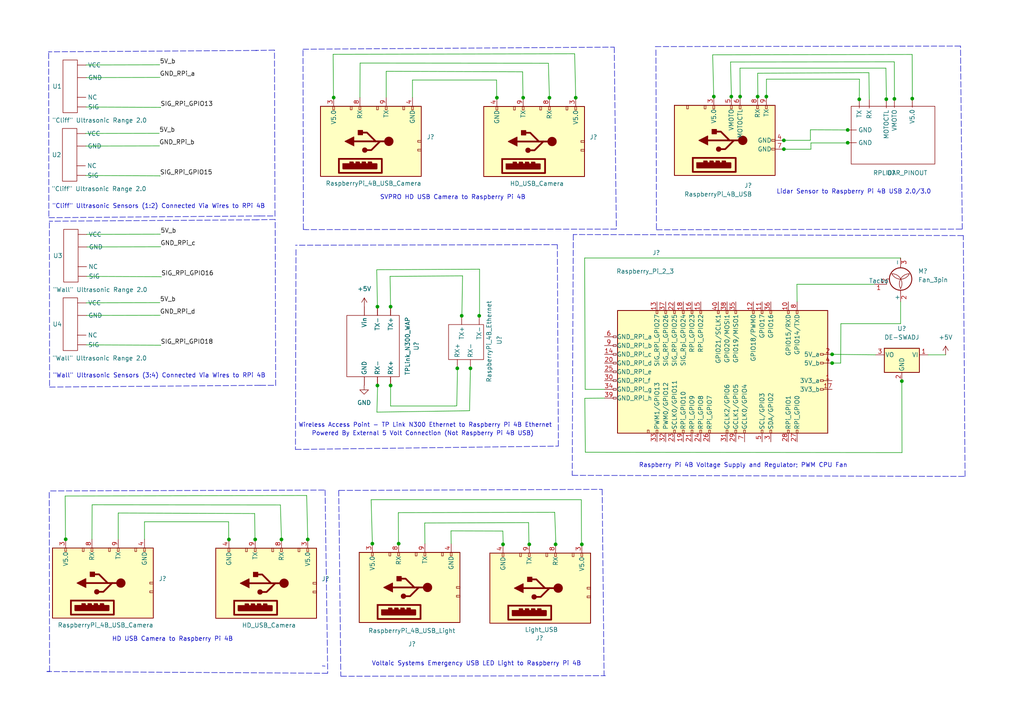
<source format=kicad_sch>
(kicad_sch (version 20211123) (generator eeschema)

  (uuid a4a8cafe-8ceb-47fb-895b-66d60129db29)

  (paper "A4")

  (lib_symbols
    (symbol "Connector:HD_USB_Camera" (pin_names (offset 1.016)) (in_bom yes) (on_board yes)
      (property "Reference" "J?" (id 0) (at -1.2701 -15.0876 90)
        (effects (font (size 1.27 1.27)) (justify left))
      )
      (property "Value" "HD_USB_Camera" (id 1) (at -13.8938 -6.7818 90)
        (effects (font (size 1.27 1.27)) (justify left))
      )
      (property "Footprint" "" (id 2) (at -3.81 -2.54 0)
        (effects (font (size 1.27 1.27)) hide)
      )
      (property "Datasheet" "~" (id 3) (at -3.81 -2.54 0)
        (effects (font (size 1.27 1.27)) hide)
      )
      (property "ki_keywords" "usb universal serial bus" (id 4) (at 0 0 0)
        (effects (font (size 1.27 1.27)) hide)
      )
      (property "ki_description" "USB 3.0 A connector" (id 5) (at 0 0 0)
        (effects (font (size 1.27 1.27)) hide)
      )
      (symbol "HD_USB_Camera_0_0"
        (rectangle (start -9.144 8.636) (end -5.08 -3.81)
          (stroke (width 0.508) (type default) (color 0 0 0 0))
          (fill (type none))
        )
        (rectangle (start -7.874 7.366) (end -6.604 -2.286)
          (stroke (width 0.508) (type default) (color 0 0 0 0))
          (fill (type outline))
        )
        (rectangle (start -6.35 0) (end -6.096 -0.762)
          (stroke (width 0.508) (type default) (color 0 0 0 0))
          (fill (type none))
        )
        (rectangle (start -6.35 1.778) (end -6.096 1.016)
          (stroke (width 0.508) (type default) (color 0 0 0 0))
          (fill (type none))
        )
        (rectangle (start -6.35 3.556) (end -6.096 2.794)
          (stroke (width 0.508) (type default) (color 0 0 0 0))
          (fill (type none))
        )
        (rectangle (start -6.35 5.334) (end -6.096 4.572)
          (stroke (width 0.508) (type default) (color 0 0 0 0))
          (fill (type none))
        )
        (rectangle (start -2.794 -15.24) (end -2.286 -14.224)
          (stroke (width 0) (type default) (color 0 0 0 0))
          (fill (type none))
        )
        (rectangle (start -0.254 -15.24) (end 0.254 -14.224)
          (stroke (width 0) (type default) (color 0 0 0 0))
          (fill (type none))
        )
        (rectangle (start 10.16 -12.446) (end 9.144 -12.954)
          (stroke (width 0) (type default) (color 0 0 0 0))
          (fill (type none))
        )
        (rectangle (start 10.16 -9.906) (end 9.144 -10.414)
          (stroke (width 0) (type default) (color 0 0 0 0))
          (fill (type none))
        )
        (rectangle (start 10.16 -4.826) (end 9.144 -5.334)
          (stroke (width 0) (type default) (color 0 0 0 0))
          (fill (type none))
        )
        (rectangle (start 10.16 -2.286) (end 9.144 -2.794)
          (stroke (width 0) (type default) (color 0 0 0 0))
          (fill (type none))
        )
        (rectangle (start 10.16 2.794) (end 9.144 2.286)
          (stroke (width 0) (type default) (color 0 0 0 0))
          (fill (type none))
        )
        (rectangle (start 10.16 5.334) (end 9.144 4.826)
          (stroke (width 0) (type default) (color 0 0 0 0))
          (fill (type none))
        )
        (rectangle (start 10.16 10.414) (end 9.144 9.906)
          (stroke (width 0) (type default) (color 0 0 0 0))
          (fill (type none))
        )
      )
      (symbol "HD_USB_Camera_0_1"
        (rectangle (start -10.16 13.97) (end 10.16 -15.24)
          (stroke (width 0.254) (type default) (color 0 0 0 0))
          (fill (type background))
        )
      )
      (symbol "HD_USB_Camera_1_1"
        (circle (center -2.54 1.143) (radius 0.635)
          (stroke (width 0.254) (type default) (color 0 0 0 0))
          (fill (type outline))
        )
        (circle (center 0 -5.842) (radius 1.27)
          (stroke (width 0) (type default) (color 0 0 0 0))
          (fill (type outline))
        )
        (polyline
          (pts
            (xy 0 -5.842)
            (xy 0 4.318)
          )
          (stroke (width 0.508) (type default) (color 0 0 0 0))
          (fill (type none))
        )
        (polyline
          (pts
            (xy 0 -3.302)
            (xy -2.54 -0.762)
            (xy -2.54 0.508)
          )
          (stroke (width 0.508) (type default) (color 0 0 0 0))
          (fill (type none))
        )
        (polyline
          (pts
            (xy 0 -2.032)
            (xy 2.54 0.508)
            (xy 2.54 1.778)
          )
          (stroke (width 0.508) (type default) (color 0 0 0 0))
          (fill (type none))
        )
        (polyline
          (pts
            (xy -1.27 4.318)
            (xy 0 6.858)
            (xy 1.27 4.318)
            (xy -1.27 4.318)
          )
          (stroke (width 0.254) (type default) (color 0 0 0 0))
          (fill (type outline))
        )
        (rectangle (start 1.905 1.778) (end 3.175 3.048)
          (stroke (width 0.254) (type default) (color 0 0 0 0))
          (fill (type outline))
        )
        (pin bidirectional line (at 12.7 -12.7 180) (length 2.54)
          (name "V5.0" (effects (font (size 1.27 1.27))))
          (number "3" (effects (font (size 1.27 1.27))))
        )
        (pin power_in line (at 12.7 10.16 180) (length 2.54)
          (name "GND" (effects (font (size 1.27 1.27))))
          (number "4" (effects (font (size 1.27 1.27))))
        )
        (pin input line (at 12.7 -5.08 180) (length 2.54)
          (name "RX" (effects (font (size 1.27 1.27))))
          (number "8" (effects (font (size 1.27 1.27))))
        )
        (pin input line (at 12.7 2.54 180) (length 2.54)
          (name "TX" (effects (font (size 1.27 1.27))))
          (number "9" (effects (font (size 1.27 1.27))))
        )
      )
    )
    (symbol "Connector:Light_USB" (pin_names (offset 1.016)) (in_bom yes) (on_board yes)
      (property "Reference" "J?" (id 0) (at -1.2701 -15.0876 90)
        (effects (font (size 1.27 1.27)) (justify left))
      )
      (property "Value" "Light_USB" (id 1) (at -13.8938 -6.7818 90)
        (effects (font (size 1.27 1.27)) (justify left))
      )
      (property "Footprint" "" (id 2) (at -3.81 -2.54 0)
        (effects (font (size 1.27 1.27)) hide)
      )
      (property "Datasheet" "~" (id 3) (at -3.81 -2.54 0)
        (effects (font (size 1.27 1.27)) hide)
      )
      (property "ki_keywords" "usb universal serial bus" (id 4) (at 0 0 0)
        (effects (font (size 1.27 1.27)) hide)
      )
      (property "ki_description" "USB 3.0 A connector" (id 5) (at 0 0 0)
        (effects (font (size 1.27 1.27)) hide)
      )
      (symbol "Light_USB_0_0"
        (rectangle (start -9.144 8.636) (end -5.08 -3.81)
          (stroke (width 0.508) (type default) (color 0 0 0 0))
          (fill (type none))
        )
        (rectangle (start -7.874 7.366) (end -6.604 -2.286)
          (stroke (width 0.508) (type default) (color 0 0 0 0))
          (fill (type outline))
        )
        (rectangle (start -6.35 0) (end -6.096 -0.762)
          (stroke (width 0.508) (type default) (color 0 0 0 0))
          (fill (type none))
        )
        (rectangle (start -6.35 1.778) (end -6.096 1.016)
          (stroke (width 0.508) (type default) (color 0 0 0 0))
          (fill (type none))
        )
        (rectangle (start -6.35 3.556) (end -6.096 2.794)
          (stroke (width 0.508) (type default) (color 0 0 0 0))
          (fill (type none))
        )
        (rectangle (start -6.35 5.334) (end -6.096 4.572)
          (stroke (width 0.508) (type default) (color 0 0 0 0))
          (fill (type none))
        )
        (rectangle (start -2.794 -15.24) (end -2.286 -14.224)
          (stroke (width 0) (type default) (color 0 0 0 0))
          (fill (type none))
        )
        (rectangle (start -0.254 -15.24) (end 0.254 -14.224)
          (stroke (width 0) (type default) (color 0 0 0 0))
          (fill (type none))
        )
        (rectangle (start 10.16 -12.446) (end 9.144 -12.954)
          (stroke (width 0) (type default) (color 0 0 0 0))
          (fill (type none))
        )
        (rectangle (start 10.16 -9.906) (end 9.144 -10.414)
          (stroke (width 0) (type default) (color 0 0 0 0))
          (fill (type none))
        )
        (rectangle (start 10.16 -4.826) (end 9.144 -5.334)
          (stroke (width 0) (type default) (color 0 0 0 0))
          (fill (type none))
        )
        (rectangle (start 10.16 -2.286) (end 9.144 -2.794)
          (stroke (width 0) (type default) (color 0 0 0 0))
          (fill (type none))
        )
        (rectangle (start 10.16 2.794) (end 9.144 2.286)
          (stroke (width 0) (type default) (color 0 0 0 0))
          (fill (type none))
        )
        (rectangle (start 10.16 5.334) (end 9.144 4.826)
          (stroke (width 0) (type default) (color 0 0 0 0))
          (fill (type none))
        )
        (rectangle (start 10.16 10.414) (end 9.144 9.906)
          (stroke (width 0) (type default) (color 0 0 0 0))
          (fill (type none))
        )
      )
      (symbol "Light_USB_0_1"
        (rectangle (start -10.16 13.97) (end 10.16 -15.24)
          (stroke (width 0.254) (type default) (color 0 0 0 0))
          (fill (type background))
        )
      )
      (symbol "Light_USB_1_1"
        (circle (center -2.54 1.143) (radius 0.635)
          (stroke (width 0.254) (type default) (color 0 0 0 0))
          (fill (type outline))
        )
        (circle (center 0 -5.842) (radius 1.27)
          (stroke (width 0) (type default) (color 0 0 0 0))
          (fill (type outline))
        )
        (polyline
          (pts
            (xy 0 -5.842)
            (xy 0 4.318)
          )
          (stroke (width 0.508) (type default) (color 0 0 0 0))
          (fill (type none))
        )
        (polyline
          (pts
            (xy 0 -3.302)
            (xy -2.54 -0.762)
            (xy -2.54 0.508)
          )
          (stroke (width 0.508) (type default) (color 0 0 0 0))
          (fill (type none))
        )
        (polyline
          (pts
            (xy 0 -2.032)
            (xy 2.54 0.508)
            (xy 2.54 1.778)
          )
          (stroke (width 0.508) (type default) (color 0 0 0 0))
          (fill (type none))
        )
        (polyline
          (pts
            (xy -1.27 4.318)
            (xy 0 6.858)
            (xy 1.27 4.318)
            (xy -1.27 4.318)
          )
          (stroke (width 0.254) (type default) (color 0 0 0 0))
          (fill (type outline))
        )
        (rectangle (start 1.905 1.778) (end 3.175 3.048)
          (stroke (width 0.254) (type default) (color 0 0 0 0))
          (fill (type outline))
        )
        (pin bidirectional line (at 12.7 -12.7 180) (length 2.54)
          (name "V5.0" (effects (font (size 1.27 1.27))))
          (number "3" (effects (font (size 1.27 1.27))))
        )
        (pin power_in line (at 12.7 10.16 180) (length 2.54)
          (name "GND" (effects (font (size 1.27 1.27))))
          (number "4" (effects (font (size 1.27 1.27))))
        )
        (pin input line (at 12.7 -5.08 180) (length 2.54)
          (name "RX" (effects (font (size 1.27 1.27))))
          (number "8" (effects (font (size 1.27 1.27))))
        )
        (pin input line (at 12.7 2.54 180) (length 2.54)
          (name "TX" (effects (font (size 1.27 1.27))))
          (number "9" (effects (font (size 1.27 1.27))))
        )
      )
    )
    (symbol "Connector:RaspberryPi_4B_Ethernet" (in_bom yes) (on_board yes)
      (property "Reference" "U" (id 0) (at 16.51 1.27 0)
        (effects (font (size 1.27 1.27)))
      )
      (property "Value" "RaspberryPi_4B_Ethernet" (id 1) (at 3.81 2.54 0)
        (effects (font (size 1.27 1.27)))
      )
      (property "Footprint" "" (id 2) (at 0 0 0)
        (effects (font (size 1.27 1.27)) hide)
      )
      (property "Datasheet" "" (id 3) (at 0 0 0)
        (effects (font (size 1.27 1.27)) hide)
      )
      (symbol "RaspberryPi_4B_Ethernet_0_1"
        (rectangle (start 0 0) (end 10.16 -10.16)
          (stroke (width 0) (type default) (color 0 0 0 0))
          (fill (type none))
        )
      )
      (symbol "RaspberryPi_4B_Ethernet_1_1"
        (pin input line (at 12.7 -7.62 180) (length 2.54)
          (name "RX+" (effects (font (size 1.27 1.27))))
          (number "" (effects (font (size 1.27 1.27))))
        )
        (pin input line (at 12.7 -3.81 180) (length 2.54)
          (name "RX-" (effects (font (size 1.27 1.27))))
          (number "" (effects (font (size 1.27 1.27))))
        )
        (pin input line (at -2.54 -6.35 0) (length 2.54)
          (name "TX+" (effects (font (size 1.27 1.27))))
          (number "" (effects (font (size 1.27 1.27))))
        )
        (pin input line (at -2.54 -1.27 0) (length 2.54)
          (name "TX-" (effects (font (size 1.27 1.27))))
          (number "" (effects (font (size 1.27 1.27))))
        )
      )
    )
    (symbol "Connector:RaspberryPi_4B_USB" (pin_names (offset 1.016)) (in_bom yes) (on_board yes)
      (property "Reference" "J?" (id 0) (at -1.2701 -15.0876 90)
        (effects (font (size 1.27 1.27)) (justify left))
      )
      (property "Value" "RaspberryPi_4B_USB" (id 1) (at -13.8938 -6.7818 90)
        (effects (font (size 1.27 1.27)) (justify left))
      )
      (property "Footprint" "" (id 2) (at -3.81 -2.54 0)
        (effects (font (size 1.27 1.27)) hide)
      )
      (property "Datasheet" "~" (id 3) (at -3.81 -2.54 0)
        (effects (font (size 1.27 1.27)) hide)
      )
      (property "ki_keywords" "usb universal serial bus" (id 4) (at 0 0 0)
        (effects (font (size 1.27 1.27)) hide)
      )
      (property "ki_description" "USB 3.0 A connector" (id 5) (at 0 0 0)
        (effects (font (size 1.27 1.27)) hide)
      )
      (symbol "RaspberryPi_4B_USB_0_0"
        (rectangle (start -9.144 8.636) (end -5.08 -3.81)
          (stroke (width 0.508) (type default) (color 0 0 0 0))
          (fill (type none))
        )
        (rectangle (start -7.874 7.366) (end -6.604 -2.286)
          (stroke (width 0.508) (type default) (color 0 0 0 0))
          (fill (type outline))
        )
        (rectangle (start -6.35 0) (end -6.096 -0.762)
          (stroke (width 0.508) (type default) (color 0 0 0 0))
          (fill (type none))
        )
        (rectangle (start -6.35 1.778) (end -6.096 1.016)
          (stroke (width 0.508) (type default) (color 0 0 0 0))
          (fill (type none))
        )
        (rectangle (start -6.35 3.556) (end -6.096 2.794)
          (stroke (width 0.508) (type default) (color 0 0 0 0))
          (fill (type none))
        )
        (rectangle (start -6.35 5.334) (end -6.096 4.572)
          (stroke (width 0.508) (type default) (color 0 0 0 0))
          (fill (type none))
        )
        (rectangle (start -2.794 -15.24) (end -2.286 -14.224)
          (stroke (width 0) (type default) (color 0 0 0 0))
          (fill (type none))
        )
        (rectangle (start -0.254 -15.24) (end 0.254 -14.224)
          (stroke (width 0) (type default) (color 0 0 0 0))
          (fill (type none))
        )
        (rectangle (start 10.16 -12.446) (end 9.144 -12.954)
          (stroke (width 0) (type default) (color 0 0 0 0))
          (fill (type none))
        )
        (rectangle (start 10.16 -9.906) (end 9.144 -10.414)
          (stroke (width 0) (type default) (color 0 0 0 0))
          (fill (type none))
        )
        (rectangle (start 10.16 -4.826) (end 9.144 -5.334)
          (stroke (width 0) (type default) (color 0 0 0 0))
          (fill (type none))
        )
        (rectangle (start 10.16 -2.286) (end 9.144 -2.794)
          (stroke (width 0) (type default) (color 0 0 0 0))
          (fill (type none))
        )
        (rectangle (start 10.16 2.794) (end 9.144 2.286)
          (stroke (width 0) (type default) (color 0 0 0 0))
          (fill (type none))
        )
        (rectangle (start 10.16 5.334) (end 9.144 4.826)
          (stroke (width 0) (type default) (color 0 0 0 0))
          (fill (type none))
        )
        (rectangle (start 10.16 10.414) (end 9.144 9.906)
          (stroke (width 0) (type default) (color 0 0 0 0))
          (fill (type none))
        )
      )
      (symbol "RaspberryPi_4B_USB_0_1"
        (rectangle (start -10.16 13.97) (end 10.16 -15.24)
          (stroke (width 0.254) (type default) (color 0 0 0 0))
          (fill (type background))
        )
      )
      (symbol "RaspberryPi_4B_USB_1_1"
        (circle (center -2.54 1.143) (radius 0.635)
          (stroke (width 0.254) (type default) (color 0 0 0 0))
          (fill (type outline))
        )
        (circle (center 0 -5.842) (radius 1.27)
          (stroke (width 0) (type default) (color 0 0 0 0))
          (fill (type outline))
        )
        (polyline
          (pts
            (xy 0 -5.842)
            (xy 0 4.318)
          )
          (stroke (width 0.508) (type default) (color 0 0 0 0))
          (fill (type none))
        )
        (polyline
          (pts
            (xy 0 -3.302)
            (xy -2.54 -0.762)
            (xy -2.54 0.508)
          )
          (stroke (width 0.508) (type default) (color 0 0 0 0))
          (fill (type none))
        )
        (polyline
          (pts
            (xy 0 -2.032)
            (xy 2.54 0.508)
            (xy 2.54 1.778)
          )
          (stroke (width 0.508) (type default) (color 0 0 0 0))
          (fill (type none))
        )
        (polyline
          (pts
            (xy -1.27 4.318)
            (xy 0 6.858)
            (xy 1.27 4.318)
            (xy -1.27 4.318)
          )
          (stroke (width 0.254) (type default) (color 0 0 0 0))
          (fill (type outline))
        )
        (rectangle (start 1.905 1.778) (end 3.175 3.048)
          (stroke (width 0.254) (type default) (color 0 0 0 0))
          (fill (type outline))
        )
        (pin bidirectional line (at 12.7 2.54 180) (length 2.54)
          (name "V5.0" (effects (font (size 1.27 1.27))))
          (number "3" (effects (font (size 1.27 1.27))))
        )
        (pin power_in line (at 0 -17.78 90) (length 2.54)
          (name "GND" (effects (font (size 1.27 1.27))))
          (number "4" (effects (font (size 1.27 1.27))))
        )
        (pin output line (at 12.7 -2.54 180) (length 2.54)
          (name "VMOTO" (effects (font (size 1.27 1.27))))
          (number "5" (effects (font (size 1.27 1.27))))
        )
        (pin output line (at 12.7 -5.08 180) (length 2.54)
          (name "MOTOCTL" (effects (font (size 1.27 1.27))))
          (number "6" (effects (font (size 1.27 1.27))))
        )
        (pin passive line (at -2.54 -17.78 90) (length 2.54)
          (name "GND" (effects (font (size 1.27 1.27))))
          (number "7" (effects (font (size 1.27 1.27))))
        )
        (pin input line (at 12.7 -10.16 180) (length 2.54)
          (name "RX" (effects (font (size 1.27 1.27))))
          (number "8" (effects (font (size 1.27 1.27))))
        )
        (pin input line (at 12.7 -12.7 180) (length 2.54)
          (name "TX" (effects (font (size 1.27 1.27))))
          (number "9" (effects (font (size 1.27 1.27))))
        )
      )
    )
    (symbol "Connector:RaspberryPi_4B_USB_Camera" (pin_names (offset 1.016)) (in_bom yes) (on_board yes)
      (property "Reference" "J?" (id 0) (at -1.2701 -15.0876 90)
        (effects (font (size 1.27 1.27)) (justify left))
      )
      (property "Value" "RaspberryPi_4B_USB_Camera" (id 1) (at -13.8938 -6.7818 90)
        (effects (font (size 1.27 1.27)) (justify left))
      )
      (property "Footprint" "" (id 2) (at -3.81 -2.54 0)
        (effects (font (size 1.27 1.27)) hide)
      )
      (property "Datasheet" "~" (id 3) (at -3.81 -2.54 0)
        (effects (font (size 1.27 1.27)) hide)
      )
      (property "ki_keywords" "usb universal serial bus" (id 4) (at 0 0 0)
        (effects (font (size 1.27 1.27)) hide)
      )
      (property "ki_description" "USB 3.0 A connector" (id 5) (at 0 0 0)
        (effects (font (size 1.27 1.27)) hide)
      )
      (symbol "RaspberryPi_4B_USB_Camera_0_0"
        (rectangle (start -9.144 8.636) (end -5.08 -3.81)
          (stroke (width 0.508) (type default) (color 0 0 0 0))
          (fill (type none))
        )
        (rectangle (start -7.874 7.366) (end -6.604 -2.286)
          (stroke (width 0.508) (type default) (color 0 0 0 0))
          (fill (type outline))
        )
        (rectangle (start -6.35 0) (end -6.096 -0.762)
          (stroke (width 0.508) (type default) (color 0 0 0 0))
          (fill (type none))
        )
        (rectangle (start -6.35 1.778) (end -6.096 1.016)
          (stroke (width 0.508) (type default) (color 0 0 0 0))
          (fill (type none))
        )
        (rectangle (start -6.35 3.556) (end -6.096 2.794)
          (stroke (width 0.508) (type default) (color 0 0 0 0))
          (fill (type none))
        )
        (rectangle (start -6.35 5.334) (end -6.096 4.572)
          (stroke (width 0.508) (type default) (color 0 0 0 0))
          (fill (type none))
        )
        (rectangle (start -2.794 -15.24) (end -2.286 -14.224)
          (stroke (width 0) (type default) (color 0 0 0 0))
          (fill (type none))
        )
        (rectangle (start -0.254 -15.24) (end 0.254 -14.224)
          (stroke (width 0) (type default) (color 0 0 0 0))
          (fill (type none))
        )
        (rectangle (start 10.16 -12.446) (end 9.144 -12.954)
          (stroke (width 0) (type default) (color 0 0 0 0))
          (fill (type none))
        )
        (rectangle (start 10.16 -9.906) (end 9.144 -10.414)
          (stroke (width 0) (type default) (color 0 0 0 0))
          (fill (type none))
        )
        (rectangle (start 10.16 -4.826) (end 9.144 -5.334)
          (stroke (width 0) (type default) (color 0 0 0 0))
          (fill (type none))
        )
        (rectangle (start 10.16 -2.286) (end 9.144 -2.794)
          (stroke (width 0) (type default) (color 0 0 0 0))
          (fill (type none))
        )
        (rectangle (start 10.16 2.794) (end 9.144 2.286)
          (stroke (width 0) (type default) (color 0 0 0 0))
          (fill (type none))
        )
        (rectangle (start 10.16 5.334) (end 9.144 4.826)
          (stroke (width 0) (type default) (color 0 0 0 0))
          (fill (type none))
        )
        (rectangle (start 10.16 10.414) (end 9.144 9.906)
          (stroke (width 0) (type default) (color 0 0 0 0))
          (fill (type none))
        )
      )
      (symbol "RaspberryPi_4B_USB_Camera_0_1"
        (rectangle (start -10.16 13.97) (end 10.16 -15.24)
          (stroke (width 0.254) (type default) (color 0 0 0 0))
          (fill (type background))
        )
      )
      (symbol "RaspberryPi_4B_USB_Camera_1_1"
        (circle (center -2.54 1.143) (radius 0.635)
          (stroke (width 0.254) (type default) (color 0 0 0 0))
          (fill (type outline))
        )
        (circle (center 0 -5.842) (radius 1.27)
          (stroke (width 0) (type default) (color 0 0 0 0))
          (fill (type outline))
        )
        (polyline
          (pts
            (xy 0 -5.842)
            (xy 0 4.318)
          )
          (stroke (width 0.508) (type default) (color 0 0 0 0))
          (fill (type none))
        )
        (polyline
          (pts
            (xy 0 -3.302)
            (xy -2.54 -0.762)
            (xy -2.54 0.508)
          )
          (stroke (width 0.508) (type default) (color 0 0 0 0))
          (fill (type none))
        )
        (polyline
          (pts
            (xy 0 -2.032)
            (xy 2.54 0.508)
            (xy 2.54 1.778)
          )
          (stroke (width 0.508) (type default) (color 0 0 0 0))
          (fill (type none))
        )
        (polyline
          (pts
            (xy -1.27 4.318)
            (xy 0 6.858)
            (xy 1.27 4.318)
            (xy -1.27 4.318)
          )
          (stroke (width 0.254) (type default) (color 0 0 0 0))
          (fill (type outline))
        )
        (rectangle (start 1.905 1.778) (end 3.175 3.048)
          (stroke (width 0.254) (type default) (color 0 0 0 0))
          (fill (type outline))
        )
        (pin bidirectional line (at 12.7 10.16 180) (length 2.54)
          (name "V5.0" (effects (font (size 1.27 1.27))))
          (number "3" (effects (font (size 1.27 1.27))))
        )
        (pin power_in line (at 12.7 -12.7 180) (length 2.54)
          (name "GND" (effects (font (size 1.27 1.27))))
          (number "4" (effects (font (size 1.27 1.27))))
        )
        (pin input line (at 12.7 2.54 180) (length 2.54)
          (name "RX" (effects (font (size 1.27 1.27))))
          (number "8" (effects (font (size 1.27 1.27))))
        )
        (pin input line (at 12.7 -5.08 180) (length 2.54)
          (name "TX" (effects (font (size 1.27 1.27))))
          (number "9" (effects (font (size 1.27 1.27))))
        )
      )
    )
    (symbol "Connector:RaspberryPi_4B_USB_Light" (pin_names (offset 1.016)) (in_bom yes) (on_board yes)
      (property "Reference" "J?" (id 0) (at -1.2701 -15.0876 90)
        (effects (font (size 1.27 1.27)) (justify left))
      )
      (property "Value" "RaspberryPi_4B_USB_Light" (id 1) (at -13.8938 -6.7818 90)
        (effects (font (size 1.27 1.27)) (justify left))
      )
      (property "Footprint" "" (id 2) (at -3.81 -2.54 0)
        (effects (font (size 1.27 1.27)) hide)
      )
      (property "Datasheet" "~" (id 3) (at -3.81 -2.54 0)
        (effects (font (size 1.27 1.27)) hide)
      )
      (property "ki_keywords" "usb universal serial bus" (id 4) (at 0 0 0)
        (effects (font (size 1.27 1.27)) hide)
      )
      (property "ki_description" "USB 3.0 A connector" (id 5) (at 0 0 0)
        (effects (font (size 1.27 1.27)) hide)
      )
      (symbol "RaspberryPi_4B_USB_Light_0_0"
        (rectangle (start -9.144 8.636) (end -5.08 -3.81)
          (stroke (width 0.508) (type default) (color 0 0 0 0))
          (fill (type none))
        )
        (rectangle (start -7.874 7.366) (end -6.604 -2.286)
          (stroke (width 0.508) (type default) (color 0 0 0 0))
          (fill (type outline))
        )
        (rectangle (start -6.35 0) (end -6.096 -0.762)
          (stroke (width 0.508) (type default) (color 0 0 0 0))
          (fill (type none))
        )
        (rectangle (start -6.35 1.778) (end -6.096 1.016)
          (stroke (width 0.508) (type default) (color 0 0 0 0))
          (fill (type none))
        )
        (rectangle (start -6.35 3.556) (end -6.096 2.794)
          (stroke (width 0.508) (type default) (color 0 0 0 0))
          (fill (type none))
        )
        (rectangle (start -6.35 5.334) (end -6.096 4.572)
          (stroke (width 0.508) (type default) (color 0 0 0 0))
          (fill (type none))
        )
        (rectangle (start -2.794 -15.24) (end -2.286 -14.224)
          (stroke (width 0) (type default) (color 0 0 0 0))
          (fill (type none))
        )
        (rectangle (start -0.254 -15.24) (end 0.254 -14.224)
          (stroke (width 0) (type default) (color 0 0 0 0))
          (fill (type none))
        )
        (rectangle (start 10.16 -12.446) (end 9.144 -12.954)
          (stroke (width 0) (type default) (color 0 0 0 0))
          (fill (type none))
        )
        (rectangle (start 10.16 -9.906) (end 9.144 -10.414)
          (stroke (width 0) (type default) (color 0 0 0 0))
          (fill (type none))
        )
        (rectangle (start 10.16 -4.826) (end 9.144 -5.334)
          (stroke (width 0) (type default) (color 0 0 0 0))
          (fill (type none))
        )
        (rectangle (start 10.16 -2.286) (end 9.144 -2.794)
          (stroke (width 0) (type default) (color 0 0 0 0))
          (fill (type none))
        )
        (rectangle (start 10.16 2.794) (end 9.144 2.286)
          (stroke (width 0) (type default) (color 0 0 0 0))
          (fill (type none))
        )
        (rectangle (start 10.16 5.334) (end 9.144 4.826)
          (stroke (width 0) (type default) (color 0 0 0 0))
          (fill (type none))
        )
        (rectangle (start 10.16 10.414) (end 9.144 9.906)
          (stroke (width 0) (type default) (color 0 0 0 0))
          (fill (type none))
        )
      )
      (symbol "RaspberryPi_4B_USB_Light_0_1"
        (rectangle (start -10.16 13.97) (end 10.16 -15.24)
          (stroke (width 0.254) (type default) (color 0 0 0 0))
          (fill (type background))
        )
      )
      (symbol "RaspberryPi_4B_USB_Light_1_1"
        (circle (center -2.54 1.143) (radius 0.635)
          (stroke (width 0.254) (type default) (color 0 0 0 0))
          (fill (type outline))
        )
        (circle (center 0 -5.842) (radius 1.27)
          (stroke (width 0) (type default) (color 0 0 0 0))
          (fill (type outline))
        )
        (polyline
          (pts
            (xy 0 -5.842)
            (xy 0 4.318)
          )
          (stroke (width 0.508) (type default) (color 0 0 0 0))
          (fill (type none))
        )
        (polyline
          (pts
            (xy 0 -3.302)
            (xy -2.54 -0.762)
            (xy -2.54 0.508)
          )
          (stroke (width 0.508) (type default) (color 0 0 0 0))
          (fill (type none))
        )
        (polyline
          (pts
            (xy 0 -2.032)
            (xy 2.54 0.508)
            (xy 2.54 1.778)
          )
          (stroke (width 0.508) (type default) (color 0 0 0 0))
          (fill (type none))
        )
        (polyline
          (pts
            (xy -1.27 4.318)
            (xy 0 6.858)
            (xy 1.27 4.318)
            (xy -1.27 4.318)
          )
          (stroke (width 0.254) (type default) (color 0 0 0 0))
          (fill (type outline))
        )
        (rectangle (start 1.905 1.778) (end 3.175 3.048)
          (stroke (width 0.254) (type default) (color 0 0 0 0))
          (fill (type outline))
        )
        (pin bidirectional line (at 12.7 10.16 180) (length 2.54)
          (name "V5.0" (effects (font (size 1.27 1.27))))
          (number "3" (effects (font (size 1.27 1.27))))
        )
        (pin power_in line (at 12.7 -12.7 180) (length 2.54)
          (name "GND" (effects (font (size 1.27 1.27))))
          (number "4" (effects (font (size 1.27 1.27))))
        )
        (pin input line (at 12.7 2.54 180) (length 2.54)
          (name "RX" (effects (font (size 1.27 1.27))))
          (number "8" (effects (font (size 1.27 1.27))))
        )
        (pin input line (at 12.7 -5.08 180) (length 2.54)
          (name "TX" (effects (font (size 1.27 1.27))))
          (number "9" (effects (font (size 1.27 1.27))))
        )
      )
    )
    (symbol "Connector:Raspberry_Pi_2_3" (pin_names (offset 1.016)) (in_bom yes) (on_board yes)
      (property "Reference" "J?" (id 0) (at -34.544 -17.9832 90)
        (effects (font (size 1.27 1.27)))
      )
      (property "Value" "Raspberry_Pi_2_3" (id 1) (at -29.1592 -21.1836 90)
        (effects (font (size 1.27 1.27)))
      )
      (property "Footprint" "" (id 2) (at 0 0 0)
        (effects (font (size 1.27 1.27)) hide)
      )
      (property "Datasheet" "https://www.raspberrypi.org/documentation/hardware/raspberrypi/schematics/rpi_SCH_3bplus_1p0_reduced.pdf" (id 3) (at 0 0 0)
        (effects (font (size 1.27 1.27)) hide)
      )
      (property "ki_keywords" "raspberrypi gpio" (id 4) (at 0 0 0)
        (effects (font (size 1.27 1.27)) hide)
      )
      (property "ki_description" "expansion header for Raspberry Pi 2 & 3" (id 5) (at 0 0 0)
        (effects (font (size 1.27 1.27)) hide)
      )
      (property "ki_fp_filters" "PinHeader*2x20*P2.54mm*Vertical* PinSocket*2x20*P2.54mm*Vertical*" (id 6) (at 0 0 0)
        (effects (font (size 1.27 1.27)) hide)
      )
      (symbol "Raspberry_Pi_2_3_0_1"
        (rectangle (start -17.78 31.75) (end 17.78 -29.21)
          (stroke (width 0.254) (type default) (color 0 0 0 0))
          (fill (type background))
        )
      )
      (symbol "Raspberry_Pi_2_3_1_1"
        (rectangle (start -16.891 -17.526) (end -17.78 -18.034)
          (stroke (width 0) (type default) (color 0 0 0 0))
          (fill (type none))
        )
        (rectangle (start -16.891 -14.986) (end -17.78 -15.494)
          (stroke (width 0) (type default) (color 0 0 0 0))
          (fill (type none))
        )
        (rectangle (start -16.891 -12.446) (end -17.78 -12.954)
          (stroke (width 0) (type default) (color 0 0 0 0))
          (fill (type none))
        )
        (rectangle (start -16.891 -9.906) (end -17.78 -10.414)
          (stroke (width 0) (type default) (color 0 0 0 0))
          (fill (type none))
        )
        (rectangle (start -16.891 -7.366) (end -17.78 -7.874)
          (stroke (width 0) (type default) (color 0 0 0 0))
          (fill (type none))
        )
        (rectangle (start -16.891 -4.826) (end -17.78 -5.334)
          (stroke (width 0) (type default) (color 0 0 0 0))
          (fill (type none))
        )
        (rectangle (start -16.891 0.254) (end -17.78 -0.254)
          (stroke (width 0) (type default) (color 0 0 0 0))
          (fill (type none))
        )
        (rectangle (start -16.891 2.794) (end -17.78 2.286)
          (stroke (width 0) (type default) (color 0 0 0 0))
          (fill (type none))
        )
        (rectangle (start -16.891 5.334) (end -17.78 4.826)
          (stroke (width 0) (type default) (color 0 0 0 0))
          (fill (type none))
        )
        (rectangle (start -16.891 10.414) (end -17.78 9.906)
          (stroke (width 0) (type default) (color 0 0 0 0))
          (fill (type none))
        )
        (rectangle (start -16.891 12.954) (end -17.78 12.446)
          (stroke (width 0) (type default) (color 0 0 0 0))
          (fill (type none))
        )
        (rectangle (start -16.891 15.494) (end -17.78 14.986)
          (stroke (width 0) (type default) (color 0 0 0 0))
          (fill (type none))
        )
        (rectangle (start -16.891 20.574) (end -17.78 20.066)
          (stroke (width 0) (type default) (color 0 0 0 0))
          (fill (type none))
        )
        (rectangle (start -16.891 23.114) (end -17.78 22.606)
          (stroke (width 0) (type default) (color 0 0 0 0))
          (fill (type none))
        )
        (rectangle (start -10.414 -29.591) (end -9.906 -30.48)
          (stroke (width 0) (type default) (color 0 0 0 0))
          (fill (type none))
        )
        (rectangle (start -7.874 -29.591) (end -7.366 -30.48)
          (stroke (width 0) (type default) (color 0 0 0 0))
          (fill (type none))
        )
        (rectangle (start -5.334 -29.591) (end -4.826 -30.48)
          (stroke (width 0) (type default) (color 0 0 0 0))
          (fill (type none))
        )
        (rectangle (start -5.334 30.48) (end -4.826 29.591)
          (stroke (width 0) (type default) (color 0 0 0 0))
          (fill (type none))
        )
        (rectangle (start -2.794 -29.591) (end -2.286 -30.48)
          (stroke (width 0) (type default) (color 0 0 0 0))
          (fill (type none))
        )
        (rectangle (start -2.794 30.48) (end -2.286 29.591)
          (stroke (width 0) (type default) (color 0 0 0 0))
          (fill (type none))
        )
        (rectangle (start -0.254 -29.591) (end 0.254 -30.48)
          (stroke (width 0) (type default) (color 0 0 0 0))
          (fill (type none))
        )
        (rectangle (start 2.286 -29.591) (end 2.794 -30.48)
          (stroke (width 0) (type default) (color 0 0 0 0))
          (fill (type none))
        )
        (rectangle (start 2.286 30.48) (end 2.794 29.591)
          (stroke (width 0) (type default) (color 0 0 0 0))
          (fill (type none))
        )
        (rectangle (start 4.826 -29.591) (end 5.334 -30.48)
          (stroke (width 0) (type default) (color 0 0 0 0))
          (fill (type none))
        )
        (rectangle (start 4.826 30.48) (end 5.334 29.591)
          (stroke (width 0) (type default) (color 0 0 0 0))
          (fill (type none))
        )
        (rectangle (start 7.366 -29.591) (end 7.874 -30.48)
          (stroke (width 0) (type default) (color 0 0 0 0))
          (fill (type none))
        )
        (rectangle (start 17.78 -20.066) (end 16.891 -20.574)
          (stroke (width 0) (type default) (color 0 0 0 0))
          (fill (type none))
        )
        (rectangle (start 17.78 -17.526) (end 16.891 -18.034)
          (stroke (width 0) (type default) (color 0 0 0 0))
          (fill (type none))
        )
        (rectangle (start 17.78 -12.446) (end 16.891 -12.954)
          (stroke (width 0) (type default) (color 0 0 0 0))
          (fill (type none))
        )
        (rectangle (start 17.78 -9.906) (end 16.891 -10.414)
          (stroke (width 0) (type default) (color 0 0 0 0))
          (fill (type none))
        )
        (rectangle (start 17.78 -7.366) (end 16.891 -7.874)
          (stroke (width 0) (type default) (color 0 0 0 0))
          (fill (type none))
        )
        (rectangle (start 17.78 -4.826) (end 16.891 -5.334)
          (stroke (width 0) (type default) (color 0 0 0 0))
          (fill (type none))
        )
        (rectangle (start 17.78 -2.286) (end 16.891 -2.794)
          (stroke (width 0) (type default) (color 0 0 0 0))
          (fill (type none))
        )
        (rectangle (start 17.78 2.794) (end 16.891 2.286)
          (stroke (width 0) (type default) (color 0 0 0 0))
          (fill (type none))
        )
        (rectangle (start 17.78 5.334) (end 16.891 4.826)
          (stroke (width 0) (type default) (color 0 0 0 0))
          (fill (type none))
        )
        (rectangle (start 17.78 7.874) (end 16.891 7.366)
          (stroke (width 0) (type default) (color 0 0 0 0))
          (fill (type none))
        )
        (rectangle (start 17.78 12.954) (end 16.891 12.446)
          (stroke (width 0) (type default) (color 0 0 0 0))
          (fill (type none))
        )
        (rectangle (start 17.78 15.494) (end 16.891 14.986)
          (stroke (width 0) (type default) (color 0 0 0 0))
          (fill (type none))
        )
        (rectangle (start 17.78 20.574) (end 16.891 20.066)
          (stroke (width 0) (type default) (color 0 0 0 0))
          (fill (type none))
        )
        (rectangle (start 17.78 23.114) (end 16.891 22.606)
          (stroke (width 0) (type default) (color 0 0 0 0))
          (fill (type none))
        )
        (pin power_in line (at 2.54 33.02 270) (length 2.54)
          (name "3V3_a" (effects (font (size 1.27 1.27))))
          (number "1" (effects (font (size 1.27 1.27))))
        )
        (pin bidirectional line (at -20.32 20.32 0) (length 2.54)
          (name "GPIO15/RXD" (effects (font (size 1.27 1.27))))
          (number "10" (effects (font (size 1.27 1.27))))
        )
        (pin bidirectional line (at -20.32 12.7 0) (length 2.54)
          (name "GPIO17" (effects (font (size 1.27 1.27))))
          (number "11" (effects (font (size 1.27 1.27))))
        )
        (pin bidirectional line (at -20.32 10.16 0) (length 2.54)
          (name "GPIO18/PWM0" (effects (font (size 1.27 1.27))))
          (number "12" (effects (font (size 1.27 1.27))))
        )
        (pin bidirectional line (at -20.32 -17.78 0) (length 2.54)
          (name "SIG_RPi_GPIO27" (effects (font (size 1.27 1.27))))
          (number "13" (effects (font (size 1.27 1.27))))
        )
        (pin power_in line (at -5.08 -33.02 90) (length 2.54)
          (name "GND_RPi_c" (effects (font (size 1.27 1.27))))
          (number "14" (effects (font (size 1.27 1.27))))
        )
        (pin bidirectional line (at -20.32 -5.08 0) (length 2.54)
          (name "RPi_GPIO22" (effects (font (size 1.27 1.27))))
          (number "15" (effects (font (size 1.27 1.27))))
        )
        (pin bidirectional line (at -20.32 -7.62 0) (length 2.54)
          (name "RPi_GPIO23" (effects (font (size 1.27 1.27))))
          (number "16" (effects (font (size 1.27 1.27))))
        )
        (pin power_in line (at 5.08 33.02 270) (length 2.54)
          (name "3V3_b" (effects (font (size 1.27 1.27))))
          (number "17" (effects (font (size 1.27 1.27))))
        )
        (pin bidirectional line (at -20.32 -10.16 0) (length 2.54)
          (name "SIG_Rpi_GPIO24" (effects (font (size 1.27 1.27))))
          (number "18" (effects (font (size 1.27 1.27))))
        )
        (pin bidirectional line (at 20.32 -10.16 180) (length 2.54)
          (name "RPi_GPIO10" (effects (font (size 1.27 1.27))))
          (number "19" (effects (font (size 1.27 1.27))))
        )
        (pin power_in line (at -5.08 33.02 270) (length 2.54)
          (name "5V_a" (effects (font (size 1.27 1.27))))
          (number "2" (effects (font (size 1.27 1.27))))
        )
        (pin power_in line (at -2.54 -33.02 90) (length 2.54)
          (name "GND_RPi_d" (effects (font (size 1.27 1.27))))
          (number "20" (effects (font (size 1.27 1.27))))
        )
        (pin bidirectional line (at 20.32 -7.62 180) (length 2.54)
          (name "RPi_GPIO9" (effects (font (size 1.27 1.27))))
          (number "21" (effects (font (size 1.27 1.27))))
        )
        (pin bidirectional line (at -20.32 -12.7 0) (length 2.54)
          (name "SIG_RPi_GPIO25" (effects (font (size 1.27 1.27))))
          (number "22" (effects (font (size 1.27 1.27))))
        )
        (pin bidirectional line (at 20.32 -12.7 180) (length 2.54)
          (name "SCLK0/GPIO11" (effects (font (size 1.27 1.27))))
          (number "23" (effects (font (size 1.27 1.27))))
        )
        (pin bidirectional line (at 20.32 -5.08 180) (length 2.54)
          (name "RPi_GPIO8" (effects (font (size 1.27 1.27))))
          (number "24" (effects (font (size 1.27 1.27))))
        )
        (pin power_in line (at 0 -33.02 90) (length 2.54)
          (name "GND_RPi_e" (effects (font (size 1.27 1.27))))
          (number "25" (effects (font (size 1.27 1.27))))
        )
        (pin bidirectional line (at 20.32 -2.54 180) (length 2.54)
          (name "RPi_GPIO7" (effects (font (size 1.27 1.27))))
          (number "26" (effects (font (size 1.27 1.27))))
        )
        (pin bidirectional line (at 20.32 22.86 180) (length 2.54)
          (name "RPi_GPIO0" (effects (font (size 1.27 1.27))))
          (number "27" (effects (font (size 1.27 1.27))))
        )
        (pin bidirectional line (at 20.32 20.32 180) (length 2.54)
          (name "RPi_GPIO1" (effects (font (size 1.27 1.27))))
          (number "28" (effects (font (size 1.27 1.27))))
        )
        (pin bidirectional line (at 20.32 5.08 180) (length 2.54)
          (name "GCLK1/GPIO5" (effects (font (size 1.27 1.27))))
          (number "29" (effects (font (size 1.27 1.27))))
        )
        (pin bidirectional line (at 20.32 15.24 180) (length 2.54)
          (name "SDA/GPIO2" (effects (font (size 1.27 1.27))))
          (number "3" (effects (font (size 1.27 1.27))))
        )
        (pin power_in line (at 2.54 -33.02 90) (length 2.54)
          (name "GND_RPi_f" (effects (font (size 1.27 1.27))))
          (number "30" (effects (font (size 1.27 1.27))))
        )
        (pin bidirectional line (at 20.32 2.54 180) (length 2.54)
          (name "GCLK2/GPIO6" (effects (font (size 1.27 1.27))))
          (number "31" (effects (font (size 1.27 1.27))))
        )
        (pin bidirectional line (at 20.32 -15.24 180) (length 2.54)
          (name "PWM0/GPIO12" (effects (font (size 1.27 1.27))))
          (number "32" (effects (font (size 1.27 1.27))))
        )
        (pin bidirectional line (at 20.32 -17.78 180) (length 2.54)
          (name "PWM1/GPIO13" (effects (font (size 1.27 1.27))))
          (number "33" (effects (font (size 1.27 1.27))))
        )
        (pin power_in line (at 5.08 -33.02 90) (length 2.54)
          (name "GND_RPi_g" (effects (font (size 1.27 1.27))))
          (number "34" (effects (font (size 1.27 1.27))))
        )
        (pin bidirectional line (at -20.32 5.08 0) (length 2.54)
          (name "GPIO19/MISO1" (effects (font (size 1.27 1.27))))
          (number "35" (effects (font (size 1.27 1.27))))
        )
        (pin bidirectional line (at -20.32 15.24 0) (length 2.54)
          (name "GPIO16" (effects (font (size 1.27 1.27))))
          (number "36" (effects (font (size 1.27 1.27))))
        )
        (pin bidirectional line (at -20.32 -15.24 0) (length 2.54)
          (name "SIG_RPi_GPIO26" (effects (font (size 1.27 1.27))))
          (number "37" (effects (font (size 1.27 1.27))))
        )
        (pin bidirectional line (at -20.32 2.54 0) (length 2.54)
          (name "GPIO20/MOSI1" (effects (font (size 1.27 1.27))))
          (number "38" (effects (font (size 1.27 1.27))))
        )
        (pin power_in line (at 7.62 -33.02 90) (length 2.54)
          (name "GND_RPi_h" (effects (font (size 1.27 1.27))))
          (number "39" (effects (font (size 1.27 1.27))))
        )
        (pin power_in line (at -2.54 33.02 270) (length 2.54)
          (name "5V_b" (effects (font (size 1.27 1.27))))
          (number "4" (effects (font (size 1.27 1.27))))
        )
        (pin bidirectional line (at -20.32 0 0) (length 2.54)
          (name "GPIO21/SCLK1" (effects (font (size 1.27 1.27))))
          (number "40" (effects (font (size 1.27 1.27))))
        )
        (pin bidirectional line (at 20.32 12.7 180) (length 2.54)
          (name "SCL/GPIO3" (effects (font (size 1.27 1.27))))
          (number "5" (effects (font (size 1.27 1.27))))
        )
        (pin power_in line (at -10.16 -33.02 90) (length 2.54)
          (name "GND_RPi_a" (effects (font (size 1.27 1.27))))
          (number "6" (effects (font (size 1.27 1.27))))
        )
        (pin bidirectional line (at 20.32 7.62 180) (length 2.54)
          (name "GCLK0/GPIO4" (effects (font (size 1.27 1.27))))
          (number "7" (effects (font (size 1.27 1.27))))
        )
        (pin bidirectional line (at -20.32 22.86 0) (length 2.54)
          (name "GPIO14/TXD" (effects (font (size 1.27 1.27))))
          (number "8" (effects (font (size 1.27 1.27))))
        )
        (pin power_in line (at -7.62 -33.02 90) (length 2.54)
          (name "GND_RPi_b" (effects (font (size 1.27 1.27))))
          (number "9" (effects (font (size 1.27 1.27))))
        )
      )
    )
    (symbol "Connector:TPLink_N300_WAP" (in_bom yes) (on_board yes)
      (property "Reference" "U" (id 0) (at 8.89 1.27 0)
        (effects (font (size 1.27 1.27)))
      )
      (property "Value" "TPLink_N300_WAP" (id 1) (at 0 1.27 0)
        (effects (font (size 1.27 1.27)))
      )
      (property "Footprint" "" (id 2) (at 0 0 0)
        (effects (font (size 1.27 1.27)) hide)
      )
      (property "Datasheet" "" (id 3) (at 0 0 0)
        (effects (font (size 1.27 1.27)) hide)
      )
      (symbol "TPLink_N300_WAP_0_1"
        (rectangle (start 0 0) (end 17.78 -15.24)
          (stroke (width 0) (type default) (color 0 0 0 0))
          (fill (type none))
        )
      )
      (symbol "TPLink_N300_WAP_1_1"
        (pin input line (at 20.32 -10.16 180) (length 2.54)
          (name "GND" (effects (font (size 1.27 1.27))))
          (number "" (effects (font (size 1.27 1.27))))
        )
        (pin input line (at 20.32 -2.54 180) (length 2.54)
          (name "RX+" (effects (font (size 1.27 1.27))))
          (number "" (effects (font (size 1.27 1.27))))
        )
        (pin input line (at 20.32 -6.35 180) (length 2.54)
          (name "RX-" (effects (font (size 1.27 1.27))))
          (number "" (effects (font (size 1.27 1.27))))
        )
        (pin input line (at -2.54 -2.54 0) (length 2.54)
          (name "TX+" (effects (font (size 1.27 1.27))))
          (number "" (effects (font (size 1.27 1.27))))
        )
        (pin input line (at -2.54 -6.35 0) (length 2.54)
          (name "TX-" (effects (font (size 1.27 1.27))))
          (number "" (effects (font (size 1.27 1.27))))
        )
        (pin input line (at -2.54 -10.16 0) (length 2.54)
          (name "Vin" (effects (font (size 1.27 1.27))))
          (number "" (effects (font (size 1.27 1.27))))
        )
      )
    )
    (symbol "MCU_Module:RPLIDAR_PINOUT" (in_bom yes) (on_board yes)
      (property "Reference" "U?" (id 0) (at -10.4394 -10.3886 0)
        (effects (font (size 1.27 1.27)) (justify right))
      )
      (property "Value" "RPLIDAR_PINOUT" (id 1) (at -6.5024 -10.4012 0)
        (effects (font (size 1.27 1.27)) (justify right))
      )
      (property "Footprint" "" (id 2) (at -10.6045 -11.7729 90)
        (effects (font (size 1.27 1.27)) hide)
      )
      (property "Datasheet" "" (id 3) (at -10.6045 -11.7729 90)
        (effects (font (size 1.27 1.27)) hide)
      )
      (symbol "RPLIDAR_PINOUT_0_1"
        (rectangle (start 12.9667 8.5471) (end -11.3157 -8.2169)
          (stroke (width 0) (type default) (color 0 0 0 0))
          (fill (type none))
        )
      )
      (symbol "RPLIDAR_PINOUT_1_1"
        (pin power_out line (at 13.97 -2.032 180) (length 2.54)
          (name "GND" (effects (font (size 1.27 1.27))))
          (number "" (effects (font (size 1.27 1.27))))
        )
        (pin power_out line (at 13.97 1.6764 180) (length 2.54)
          (name "GND" (effects (font (size 1.27 1.27))))
          (number "" (effects (font (size 1.27 1.27))))
        )
        (pin power_out line (at 2.7813 10.6045 270) (length 2.54)
          (name "MOTOCTL" (effects (font (size 1.27 1.27))))
          (number "" (effects (font (size 1.27 1.27))))
        )
        (pin power_out line (at 7.7216 10.5664 270) (length 2.54)
          (name "RX" (effects (font (size 1.27 1.27))))
          (number "" (effects (font (size 1.27 1.27))))
        )
        (pin power_out line (at 10.6172 10.5664 270) (length 2.54)
          (name "TX" (effects (font (size 1.27 1.27))))
          (number "" (effects (font (size 1.27 1.27))))
        )
        (pin power_out line (at -4.7498 10.7696 270) (length 2.54)
          (name "V5.0" (effects (font (size 1.27 1.27))))
          (number "" (effects (font (size 1.27 1.27))))
        )
        (pin power_out line (at 0.4318 10.6934 270) (length 2.54)
          (name "VMOTO" (effects (font (size 1.27 1.27))))
          (number "" (effects (font (size 1.27 1.27))))
        )
      )
    )
    (symbol "Motor:Fan_3pin" (pin_names (offset 0)) (in_bom yes) (on_board yes)
      (property "Reference" "M" (id 0) (at 2.54 2.54 0)
        (effects (font (size 1.27 1.27)) (justify left))
      )
      (property "Value" "Fan_3pin" (id 1) (at 2.54 -5.08 0)
        (effects (font (size 1.27 1.27)) (justify left top))
      )
      (property "Footprint" "" (id 2) (at 0 -2.286 0)
        (effects (font (size 1.27 1.27)) hide)
      )
      (property "Datasheet" "http://www.hardwarecanucks.com/forum/attachments/new-builds/16287d1330775095-help-chassis-power-fan-connectors-motherboard-asus_p8z68.jpg" (id 3) (at 0 -2.286 0)
        (effects (font (size 1.27 1.27)) hide)
      )
      (property "ki_keywords" "Fan Motor tacho" (id 4) (at 0 0 0)
        (effects (font (size 1.27 1.27)) hide)
      )
      (property "ki_description" "Fan, tacho output, 3-pin connector" (id 5) (at 0 0 0)
        (effects (font (size 1.27 1.27)) hide)
      )
      (property "ki_fp_filters" "FanPinHeader*P2.54mm*Vertical* PinHeader*P2.54mm*Vertical* TerminalBlock*" (id 6) (at 0 0 0)
        (effects (font (size 1.27 1.27)) hide)
      )
      (symbol "Fan_3pin_0_0"
        (arc (start -5.588 -1.016) (mid -5.08 -1.524) (end -4.572 -1.016)
          (stroke (width 0) (type default) (color 0 0 0 0))
          (fill (type none))
        )
        (arc (start -5.08 -0.508) (mid -5.4392 -0.6568) (end -5.588 -1.016)
          (stroke (width 0) (type default) (color 0 0 0 0))
          (fill (type none))
        )
        (polyline
          (pts
            (xy -5.08 -0.508)
            (xy -5.334 -0.381)
          )
          (stroke (width 0) (type default) (color 0 0 0 0))
          (fill (type none))
        )
        (polyline
          (pts
            (xy -5.08 -0.508)
            (xy -5.207 -0.762)
          )
          (stroke (width 0) (type default) (color 0 0 0 0))
          (fill (type none))
        )
        (polyline
          (pts
            (xy -4.064 0)
            (xy -4.064 -1.524)
            (xy -3.302 -1.524)
          )
          (stroke (width 0) (type default) (color 0 0 0 0))
          (fill (type none))
        )
      )
      (symbol "Fan_3pin_0_1"
        (arc (start -2.54 -3.048) (mid 0.0028 -1.6279) (end 0 1.27)
          (stroke (width 0) (type default) (color 0 0 0 0))
          (fill (type none))
        )
        (circle (center 0 -1.524) (radius 3.2512)
          (stroke (width 0.254) (type default) (color 0 0 0 0))
          (fill (type none))
        )
        (polyline
          (pts
            (xy -4.064 0)
            (xy -5.08 0)
          )
          (stroke (width 0) (type default) (color 0 0 0 0))
          (fill (type none))
        )
        (polyline
          (pts
            (xy 0 -7.62)
            (xy 0 -7.112)
          )
          (stroke (width 0) (type default) (color 0 0 0 0))
          (fill (type none))
        )
        (polyline
          (pts
            (xy 0 -4.7752)
            (xy 0 -5.1816)
          )
          (stroke (width 0) (type default) (color 0 0 0 0))
          (fill (type none))
        )
        (polyline
          (pts
            (xy 0 1.7272)
            (xy 0 2.0828)
          )
          (stroke (width 0) (type default) (color 0 0 0 0))
          (fill (type none))
        )
        (polyline
          (pts
            (xy 0 2.032)
            (xy 0 2.54)
          )
          (stroke (width 0) (type default) (color 0 0 0 0))
          (fill (type none))
        )
        (arc (start 0 1.27) (mid 0.053 -1.619) (end 2.54 -3.048)
          (stroke (width 0) (type default) (color 0 0 0 0))
          (fill (type none))
        )
        (arc (start 2.54 -3.048) (mid 0 -1.4782) (end -2.54 -3.048)
          (stroke (width 0) (type default) (color 0 0 0 0))
          (fill (type none))
        )
      )
      (symbol "Fan_3pin_1_1"
        (pin passive line (at -7.62 0 0) (length 2.54)
          (name "Tacho" (effects (font (size 1.27 1.27))))
          (number "1" (effects (font (size 1.27 1.27))))
        )
        (pin passive line (at 0 5.08 270) (length 2.54)
          (name "+" (effects (font (size 1.27 1.27))))
          (number "2" (effects (font (size 1.27 1.27))))
        )
        (pin passive line (at 0 -7.62 90) (length 2.54)
          (name "-" (effects (font (size 1.27 1.27))))
          (number "3" (effects (font (size 1.27 1.27))))
        )
      )
    )
    (symbol "Regulator_Linear:KA78M05_TO252" (pin_names (offset 0.254)) (in_bom yes) (on_board yes)
      (property "Reference" "U" (id 0) (at -3.81 3.175 0)
        (effects (font (size 1.27 1.27)))
      )
      (property "Value" "KA78M05_TO252" (id 1) (at 0 3.175 0)
        (effects (font (size 1.27 1.27)) (justify left))
      )
      (property "Footprint" "Package_TO_SOT_SMD:TO-252-2" (id 2) (at 0 5.715 0)
        (effects (font (size 1.27 1.27) italic) hide)
      )
      (property "Datasheet" "https://www.onsemi.com/pub/Collateral/MC78M00-D.PDF" (id 3) (at 0 -1.27 0)
        (effects (font (size 1.27 1.27)) hide)
      )
      (property "ki_keywords" "Voltage Regulator 500mA Positive" (id 4) (at 0 0 0)
        (effects (font (size 1.27 1.27)) hide)
      )
      (property "ki_description" "Positive 500mA 35V Linear Regulator, Fixed Output 5V, TO-252 (D-PAK)" (id 5) (at 0 0 0)
        (effects (font (size 1.27 1.27)) hide)
      )
      (property "ki_fp_filters" "TO?252*" (id 6) (at 0 0 0)
        (effects (font (size 1.27 1.27)) hide)
      )
      (symbol "KA78M05_TO252_0_1"
        (rectangle (start -5.08 1.905) (end 5.08 -5.08)
          (stroke (width 0.254) (type default) (color 0 0 0 0))
          (fill (type background))
        )
      )
      (symbol "KA78M05_TO252_1_1"
        (pin power_in line (at -7.62 0 0) (length 2.54)
          (name "VI" (effects (font (size 1.27 1.27))))
          (number "1" (effects (font (size 1.27 1.27))))
        )
        (pin power_in line (at 0 -7.62 90) (length 2.54)
          (name "GND" (effects (font (size 1.27 1.27))))
          (number "2" (effects (font (size 1.27 1.27))))
        )
        (pin power_out line (at 7.62 0 180) (length 2.54)
          (name "VO" (effects (font (size 1.27 1.27))))
          (number "3" (effects (font (size 1.27 1.27))))
        )
      )
    )
    (symbol "UltrasonicSensor_1" (in_bom yes) (on_board yes)
      (property "Reference" "U?" (id 0) (at -1.6764 0.1524 90)
        (effects (font (size 1.27 1.27)) (justify right))
      )
      (property "Value" "UltrasonicSensor_1" (id 1) (at -3.9624 -9.2964 90)
        (effects (font (size 1.27 1.27)) (justify right))
      )
      (property "Footprint" "" (id 2) (at 0 0 0)
        (effects (font (size 1.27 1.27)) hide)
      )
      (property "Datasheet" "" (id 3) (at 0 0 0)
        (effects (font (size 1.27 1.27)) hide)
      )
      (symbol "UltrasonicSensor_1_0_1"
        (rectangle (start -7.5946 -0.9398) (end 7.6962 -5.1308)
          (stroke (width 0) (type default) (color 0 0 0 0))
          (fill (type none))
        )
      )
      (symbol "UltrasonicSensor_1_1_1"
        (pin input line (at -2.4892 -5.1816 270) (length 2.54)
          (name "GND" (effects (font (size 1.27 1.27))))
          (number "" (effects (font (size 1.27 1.27))))
        )
        (pin output line (at 3.2258 -5.0546 270) (length 2.54)
          (name "NC" (effects (font (size 1.27 1.27))))
          (number "" (effects (font (size 1.27 1.27))))
        )
        (pin output line (at 6.0198 -5.1308 270) (length 2.54)
          (name "SIG" (effects (font (size 1.27 1.27))))
          (number "" (effects (font (size 1.27 1.27))))
        )
        (pin input line (at -6.1214 -5.1054 270) (length 2.54)
          (name "VCC" (effects (font (size 1.27 1.27))))
          (number "" (effects (font (size 1.27 1.27))))
        )
      )
    )
    (symbol "power:+5V" (power) (pin_names (offset 0)) (in_bom yes) (on_board yes)
      (property "Reference" "#PWR" (id 0) (at 0 -3.81 0)
        (effects (font (size 1.27 1.27)) hide)
      )
      (property "Value" "+5V" (id 1) (at 0 3.556 0)
        (effects (font (size 1.27 1.27)))
      )
      (property "Footprint" "" (id 2) (at 0 0 0)
        (effects (font (size 1.27 1.27)) hide)
      )
      (property "Datasheet" "" (id 3) (at 0 0 0)
        (effects (font (size 1.27 1.27)) hide)
      )
      (property "ki_keywords" "power-flag" (id 4) (at 0 0 0)
        (effects (font (size 1.27 1.27)) hide)
      )
      (property "ki_description" "Power symbol creates a global label with name \"+5V\"" (id 5) (at 0 0 0)
        (effects (font (size 1.27 1.27)) hide)
      )
      (symbol "+5V_0_1"
        (polyline
          (pts
            (xy -0.762 1.27)
            (xy 0 2.54)
          )
          (stroke (width 0) (type default) (color 0 0 0 0))
          (fill (type none))
        )
        (polyline
          (pts
            (xy 0 0)
            (xy 0 2.54)
          )
          (stroke (width 0) (type default) (color 0 0 0 0))
          (fill (type none))
        )
        (polyline
          (pts
            (xy 0 2.54)
            (xy 0.762 1.27)
          )
          (stroke (width 0) (type default) (color 0 0 0 0))
          (fill (type none))
        )
      )
      (symbol "+5V_1_1"
        (pin power_in line (at 0 0 90) (length 0) hide
          (name "+5V" (effects (font (size 1.27 1.27))))
          (number "1" (effects (font (size 1.27 1.27))))
        )
      )
    )
    (symbol "power:GND" (power) (pin_names (offset 0)) (in_bom yes) (on_board yes)
      (property "Reference" "#PWR" (id 0) (at 0 -6.35 0)
        (effects (font (size 1.27 1.27)) hide)
      )
      (property "Value" "GND" (id 1) (at 0 -3.81 0)
        (effects (font (size 1.27 1.27)))
      )
      (property "Footprint" "" (id 2) (at 0 0 0)
        (effects (font (size 1.27 1.27)) hide)
      )
      (property "Datasheet" "" (id 3) (at 0 0 0)
        (effects (font (size 1.27 1.27)) hide)
      )
      (property "ki_keywords" "power-flag" (id 4) (at 0 0 0)
        (effects (font (size 1.27 1.27)) hide)
      )
      (property "ki_description" "Power symbol creates a global label with name \"GND\" , ground" (id 5) (at 0 0 0)
        (effects (font (size 1.27 1.27)) hide)
      )
      (symbol "GND_0_1"
        (polyline
          (pts
            (xy 0 0)
            (xy 0 -1.27)
            (xy 1.27 -1.27)
            (xy 0 -2.54)
            (xy -1.27 -1.27)
            (xy 0 -1.27)
          )
          (stroke (width 0) (type default) (color 0 0 0 0))
          (fill (type none))
        )
      )
      (symbol "GND_1_1"
        (pin power_in line (at 0 0 270) (length 0) hide
          (name "GND" (effects (font (size 1.27 1.27))))
          (number "1" (effects (font (size 1.27 1.27))))
        )
      )
    )
  )

  (junction (at 159.3596 28.3464) (diameter 0) (color 0 0 0 0)
    (uuid 0a1ffb9c-f078-4430-8e5c-86070e64fa28)
  )
  (junction (at 113.284 111.8108) (diameter 0) (color 0 0 0 0)
    (uuid 0e62a726-9315-45f7-9a99-5a7004a04e1e)
  )
  (junction (at 66.3956 156.464) (diameter 0) (color 0 0 0 0)
    (uuid 1bf04834-617f-48b6-9f20-f1a43eaf6419)
  )
  (junction (at 241.3508 102.7684) (diameter 0) (color 0 0 0 0)
    (uuid 1c47d6a8-baf2-40ae-8abf-ac6e525eb6a3)
  )
  (junction (at 227.3554 43.2562) (diameter 0) (color 0 0 0 0)
    (uuid 1db620db-4642-4982-8ce6-3b49f4203fbd)
  )
  (junction (at 113.284 88.9508) (diameter 0) (color 0 0 0 0)
    (uuid 2ad36e4c-409b-4044-831f-71120713e7d5)
  )
  (junction (at 81.6356 156.464) (diameter 0) (color 0 0 0 0)
    (uuid 2cdd6a82-e941-4486-beed-3870aaf79794)
  )
  (junction (at 168.7576 157.8864) (diameter 0) (color 0 0 0 0)
    (uuid 2de79f3e-7614-4105-aa19-e1a3b9b1c5df)
  )
  (junction (at 212.1154 28.0162) (diameter 0) (color 0 0 0 0)
    (uuid 30036e57-347c-4147-a881-d5ad2508ffa8)
  )
  (junction (at 245.872 41.402) (diameter 0) (color 0 0 0 0)
    (uuid 46f5d1b0-c81c-4ce7-8d6a-d0230ae8ba90)
  )
  (junction (at 109.474 88.9508) (diameter 0) (color 0 0 0 0)
    (uuid 4f3db9a1-52df-4242-8e4d-8fee25427032)
  )
  (junction (at 259.4102 28.6766) (diameter 0) (color 0 0 0 0)
    (uuid 4f456ac3-0772-448d-bf18-6cfcdb08d894)
  )
  (junction (at 257.0607 28.7655) (diameter 0) (color 0 0 0 0)
    (uuid 585d83e4-95ec-43e2-bbd7-f14a97061384)
  )
  (junction (at 144.1196 28.3464) (diameter 0) (color 0 0 0 0)
    (uuid 5cb4a1ef-0658-417f-bec3-a98a633d1784)
  )
  (junction (at 227.3554 40.7162) (diameter 0) (color 0 0 0 0)
    (uuid 607e7cc2-f209-435a-948d-451ff35876e9)
  )
  (junction (at 214.6554 28.0162) (diameter 0) (color 0 0 0 0)
    (uuid 641d5bcf-bfb6-47fa-bb6d-5d92d0f82638)
  )
  (junction (at 153.5176 157.8864) (diameter 0) (color 0 0 0 0)
    (uuid 6b73be3c-a08d-45cf-9139-c40cc4c777bb)
  )
  (junction (at 136.4488 106.8324) (diameter 0) (color 0 0 0 0)
    (uuid 6f97a2f4-f7c6-4252-b365-b2eb4204673f)
  )
  (junction (at 166.9796 28.3464) (diameter 0) (color 0 0 0 0)
    (uuid 71e2d103-b3ec-4a40-9da1-cac5905d93e2)
  )
  (junction (at 161.1376 157.8864) (diameter 0) (color 0 0 0 0)
    (uuid 71fae1c4-7f49-4de9-8aea-09a6cb114d8a)
  )
  (junction (at 133.9088 91.5924) (diameter 0) (color 0 0 0 0)
    (uuid 7451d4c5-3fd5-47d6-9d64-fb0ef17bef67)
  )
  (junction (at 241.3508 105.3084) (diameter 0) (color 0 0 0 0)
    (uuid 7602f9b6-808e-4b06-9fb8-79277ba7dd39)
  )
  (junction (at 132.6388 106.8324) (diameter 0) (color 0 0 0 0)
    (uuid 7f73964d-dc18-435d-b001-089b18816f9f)
  )
  (junction (at 249.2248 28.8036) (diameter 0) (color 0 0 0 0)
    (uuid 9704f6be-402d-4cc5-b398-8a1678e43116)
  )
  (junction (at 115.6208 157.6832) (diameter 0) (color 0 0 0 0)
    (uuid a0dfb074-7358-4673-b057-8258af3f9a90)
  )
  (junction (at 245.872 37.6936) (diameter 0) (color 0 0 0 0)
    (uuid beed7c3e-6d42-4de5-baa5-017fd7fc6564)
  )
  (junction (at 222.2754 28.0162) (diameter 0) (color 0 0 0 0)
    (uuid c0066e13-bba9-4a57-b4db-5e36d70f164b)
  )
  (junction (at 74.0156 156.464) (diameter 0) (color 0 0 0 0)
    (uuid c2897c95-311c-4afd-97c5-26ee7f411759)
  )
  (junction (at 145.8976 157.8864) (diameter 0) (color 0 0 0 0)
    (uuid c59607eb-061b-448f-83c5-d973494ec8c6)
  )
  (junction (at 207.0354 28.0162) (diameter 0) (color 0 0 0 0)
    (uuid c90fca4c-69a3-4873-a1d6-c2ba3ac71838)
  )
  (junction (at 151.7396 28.3464) (diameter 0) (color 0 0 0 0)
    (uuid cb3c3735-845e-4b16-a9c7-151121ca8eaa)
  )
  (junction (at 19.05 156.4132) (diameter 0) (color 0 0 0 0)
    (uuid ce724aba-a541-4428-8817-8b4554bd7efa)
  )
  (junction (at 109.474 111.8108) (diameter 0) (color 0 0 0 0)
    (uuid d072c5ab-43f5-4f9f-b414-53329dd62475)
  )
  (junction (at 89.2556 156.464) (diameter 0) (color 0 0 0 0)
    (uuid d582009a-fd21-4f8b-a53e-f9b783957839)
  )
  (junction (at 138.9888 91.5924) (diameter 0) (color 0 0 0 0)
    (uuid d5fb4e85-d833-4b02-975b-95ca85f952c8)
  )
  (junction (at 96.774 28.2956) (diameter 0) (color 0 0 0 0)
    (uuid d6f56344-c01f-4a1f-b7e4-04dda3c26099)
  )
  (junction (at 264.5918 28.6004) (diameter 0) (color 0 0 0 0)
    (uuid e0e23f43-964a-4c7e-abe7-94b78fe34db8)
  )
  (junction (at 261.5692 110.5408) (diameter 0) (color 0 0 0 0)
    (uuid ee239e01-98bc-4d09-8dfb-858967ce9e2e)
  )
  (junction (at 219.7354 28.0162) (diameter 0) (color 0 0 0 0)
    (uuid fe327f7e-76ad-48fd-b712-adaa2b7b9914)
  )
  (junction (at 108.0008 157.6832) (diameter 0) (color 0 0 0 0)
    (uuid ffa082a9-235d-4b82-9fee-eb54034c1348)
  )

  (wire (pts (xy 159.0548 18.3388) (xy 159.3596 28.4988))
    (stroke (width 0) (type default) (color 0 0 0 0))
    (uuid 001f881a-6d76-4f08-bd63-445e80b58480)
  )
  (polyline (pts (xy 74.5236 14.6304) (xy 14.0716 15.0368))
    (stroke (width 0) (type default) (color 0 0 0 0))
    (uuid 00d5e3d2-4f82-4d4f-afec-a97d279713f7)
  )

  (wire (pts (xy 115.5192 148.6916) (xy 160.8836 148.59))
    (stroke (width 0) (type default) (color 0 0 0 0))
    (uuid 04b8d0b2-335e-4ead-99c3-bc4367bc66b6)
  )
  (wire (pts (xy 151.5872 20.828) (xy 151.6888 28.5496))
    (stroke (width 0) (type default) (color 0 0 0 0))
    (uuid 05c7ab2d-2632-438d-b344-24bc61d43f9c)
  )
  (polyline (pts (xy 165.9636 137.8712) (xy 279.908 138.176))
    (stroke (width 0) (type default) (color 0 0 0 0))
    (uuid 05e472a0-27b0-4bf3-a240-caab235c88ec)
  )

  (wire (pts (xy 235.0516 40.6908) (xy 235.0516 37.6428))
    (stroke (width 0) (type default) (color 0 0 0 0))
    (uuid 06630aa0-a7cc-4d8f-b0d9-81c59433e1c5)
  )
  (wire (pts (xy 26.7208 146.4056) (xy 81.3308 146.4564))
    (stroke (width 0) (type default) (color 0 0 0 0))
    (uuid 0aaec834-b6cd-4594-bbe4-38488dfe7f91)
  )
  (wire (pts (xy 160.8836 148.59) (xy 161.2392 158.0896))
    (stroke (width 0) (type default) (color 0 0 0 0))
    (uuid 0ac55406-f89e-4cc0-8da6-db3880149962)
  )
  (wire (pts (xy 144.018 23.2156) (xy 144.0688 28.3464))
    (stroke (width 0) (type default) (color 0 0 0 0))
    (uuid 0e91af48-74a7-411f-95ac-49c4c8aede3d)
  )
  (polyline (pts (xy 87.884 14.2748) (xy 178.1556 13.6652))
    (stroke (width 0) (type default) (color 0 0 0 0))
    (uuid 123ee07f-78d3-4ef4-af98-eca926e0c902)
  )

  (wire (pts (xy 25.0444 100.0252) (xy 46.6344 100.1268))
    (stroke (width 0) (type default) (color 0 0 0 0))
    (uuid 138ade0f-f981-464d-8969-0243787518e6)
  )
  (wire (pts (xy 235.204 43.2816) (xy 235.204 41.4528))
    (stroke (width 0) (type default) (color 0 0 0 0))
    (uuid 13c801cb-c3f5-4fb3-aa86-9b6ffea2a926)
  )
  (wire (pts (xy 46.6344 100.1268) (xy 46.5836 100.1776))
    (stroke (width 0) (type default) (color 0 0 0 0))
    (uuid 13d0dad3-758b-42fd-b893-e1d4439ba418)
  )
  (wire (pts (xy 46.4312 51.0032) (xy 46.3804 51.054))
    (stroke (width 0) (type default) (color 0 0 0 0))
    (uuid 143a68c4-7c48-4e32-9ad0-7ef653063623)
  )
  (polyline (pts (xy 13.6144 194.7672) (xy 14.3764 194.7672))
    (stroke (width 0) (type default) (color 0 0 0 0))
    (uuid 15fed696-e622-4bfe-98e7-bc130647443b)
  )
  (polyline (pts (xy 79.756 62.738) (xy 79.6036 14.5288))
    (stroke (width 0) (type default) (color 0 0 0 0))
    (uuid 16efef20-ab37-4476-910f-4085302530bc)
  )

  (wire (pts (xy 132.4864 117.7036) (xy 132.6896 106.7816))
    (stroke (width 0) (type default) (color 0 0 0 0))
    (uuid 17167e07-0b17-4be4-b09a-e3d8f0691251)
  )
  (wire (pts (xy 119.634 28.2956) (xy 119.634 23.2156))
    (stroke (width 0) (type default) (color 0 0 0 0))
    (uuid 1776e37e-b615-48cd-b7e9-6954f98164f5)
  )
  (wire (pts (xy 252.0188 21.082) (xy 219.7608 21.2344))
    (stroke (width 0) (type default) (color 0 0 0 0))
    (uuid 18b553c7-5cd2-4166-9eae-e277131c4521)
  )
  (polyline (pts (xy 278.5872 13.3604) (xy 189.9412 13.5128))
    (stroke (width 0) (type default) (color 0 0 0 0))
    (uuid 1917cfbf-9b02-4a94-aa01-24761a1cccd9)
  )

  (wire (pts (xy 261.2136 74.8284) (xy 169.5704 74.8284))
    (stroke (width 0) (type default) (color 0 0 0 0))
    (uuid 198b2bfd-a4a1-45d2-a455-5798243dc65e)
  )
  (wire (pts (xy 222.3008 27.9908) (xy 222.3008 22.9616))
    (stroke (width 0) (type default) (color 0 0 0 0))
    (uuid 19afa82d-bdd2-4948-ad01-387dfff58182)
  )
  (wire (pts (xy 24.9428 18.8468) (xy 46.3296 18.796))
    (stroke (width 0) (type default) (color 0 0 0 0))
    (uuid 1bbbecfb-4a37-4b70-9d9a-90555f575aad)
  )
  (wire (pts (xy 18.9992 156.3116) (xy 18.8976 143.8656))
    (stroke (width 0) (type default) (color 0 0 0 0))
    (uuid 1e53261d-7a4d-428b-9bf6-576c1f551b71)
  )
  (wire (pts (xy 25.0952 91.4908) (xy 46.482 91.44))
    (stroke (width 0) (type default) (color 0 0 0 0))
    (uuid 1e78b6be-cdd6-4397-855a-c7fe52df0f0a)
  )
  (polyline (pts (xy 174.498 195.9864) (xy 175.6156 195.9864))
    (stroke (width 0) (type default) (color 0 0 0 0))
    (uuid 262ecdce-8b2e-426d-94f1-18e0546680de)
  )

  (wire (pts (xy 243.8908 93.8784) (xy 243.84 105.3084))
    (stroke (width 0) (type default) (color 0 0 0 0))
    (uuid 29c3dc66-0d40-4bda-9268-5b1a9b5fa551)
  )
  (polyline (pts (xy 14.3764 112.268) (xy 75.438 111.76))
    (stroke (width 0) (type default) (color 0 0 0 0))
    (uuid 2b3eae07-2d8e-4c3a-9fd1-953e1cd4a354)
  )

  (wire (pts (xy 25.146 67.9704) (xy 46.5328 67.9196))
    (stroke (width 0) (type default) (color 0 0 0 0))
    (uuid 2b9f8991-4de8-45b1-b7e1-c66c5cf50973)
  )
  (wire (pts (xy 261.62 131.2672) (xy 169.7736 131.1656))
    (stroke (width 0) (type default) (color 0 0 0 0))
    (uuid 2e50dc50-7dd2-46af-a850-0a1082950822)
  )
  (polyline (pts (xy 279.0952 66.4464) (xy 278.5872 13.3604))
    (stroke (width 0) (type default) (color 0 0 0 0))
    (uuid 2ed31d46-8471-4513-b39e-fc4ad6ce7645)
  )
  (polyline (pts (xy 279.908 138.176) (xy 279.4 68.326))
    (stroke (width 0) (type default) (color 0 0 0 0))
    (uuid 2f9ec4f0-1e04-486a-b624-e3b39be0c00e)
  )
  (polyline (pts (xy 98.2472 142.24) (xy 98.8568 196.1388))
    (stroke (width 0) (type default) (color 0 0 0 0))
    (uuid 32711621-caf9-4fb1-85ee-36736e4f662c)
  )
  (polyline (pts (xy 178.7652 66.4464) (xy 88.7984 66.5988))
    (stroke (width 0) (type default) (color 0 0 0 0))
    (uuid 32a32bf1-caa7-454c-9051-ba29b90cf834)
  )

  (wire (pts (xy 109.2708 78.232) (xy 109.474 89.154))
    (stroke (width 0) (type default) (color 0 0 0 0))
    (uuid 32df0a91-dc57-41ba-b0ef-e3f7e4538797)
  )
  (wire (pts (xy 115.57 157.6324) (xy 115.5192 148.6916))
    (stroke (width 0) (type default) (color 0 0 0 0))
    (uuid 33ed3e63-710c-4a25-b066-856f189483f0)
  )
  (wire (pts (xy 24.9936 31.0388) (xy 46.5836 31.1404))
    (stroke (width 0) (type default) (color 0 0 0 0))
    (uuid 35b5d416-24ea-4dbf-a419-737d7b8fcc2b)
  )
  (wire (pts (xy 88.9508 143.7132) (xy 89.2556 156.4132))
    (stroke (width 0) (type default) (color 0 0 0 0))
    (uuid 3840a24d-91d8-4b4f-9a22-1edb5034c72e)
  )
  (wire (pts (xy 169.6212 115.5192) (xy 175.3108 115.4684))
    (stroke (width 0) (type default) (color 0 0 0 0))
    (uuid 38da5119-fdef-45b0-af59-0e6e2ec2f0b2)
  )
  (wire (pts (xy 41.91 156.4132) (xy 41.91 151.3332))
    (stroke (width 0) (type default) (color 0 0 0 0))
    (uuid 3abb8aa7-9db2-4a42-a0ae-50ca7921a34a)
  )
  (wire (pts (xy 134.1628 80.01) (xy 133.9596 91.7956))
    (stroke (width 0) (type default) (color 0 0 0 0))
    (uuid 3b45d553-b830-4829-9d9c-e4d76aba20d9)
  )
  (wire (pts (xy 264.6172 28.6512) (xy 264.5664 15.7988))
    (stroke (width 0) (type default) (color 0 0 0 0))
    (uuid 3ca46f8d-dbe3-4063-8996-9e8562f28e73)
  )
  (wire (pts (xy 46.5836 31.1404) (xy 46.5328 31.1912))
    (stroke (width 0) (type default) (color 0 0 0 0))
    (uuid 3e7cd9c7-64e9-4555-b717-0d79cb659eee)
  )
  (wire (pts (xy 153.3144 151.5872) (xy 153.416 157.8356))
    (stroke (width 0) (type default) (color 0 0 0 0))
    (uuid 3f1b98f1-e959-4867-ab8c-7c74d7b945a2)
  )
  (polyline (pts (xy 87.9856 66.548) (xy 87.884 14.224))
    (stroke (width 0) (type default) (color 0 0 0 0))
    (uuid 41341b8d-54a0-4e45-8431-2a06e2d6a091)
  )
  (polyline (pts (xy 14.6304 142.3924) (xy 94.2848 142.1384))
    (stroke (width 0) (type default) (color 0 0 0 0))
    (uuid 423f5a51-9dfc-4d7b-a2c8-278d9a1af5dc)
  )

  (wire (pts (xy 227.3808 43.2816) (xy 235.204 43.2816))
    (stroke (width 0) (type default) (color 0 0 0 0))
    (uuid 43e6a0e8-4272-49cb-b567-c9a0042ed145)
  )
  (wire (pts (xy 96.7232 28.194) (xy 96.6216 15.748))
    (stroke (width 0) (type default) (color 0 0 0 0))
    (uuid 474b692a-9f07-4b2d-a7eb-8b483bb94007)
  )
  (wire (pts (xy 211.8868 17.9832) (xy 212.1408 28.1432))
    (stroke (width 0) (type default) (color 0 0 0 0))
    (uuid 48ec1431-b525-44bf-98e3-0c284ceeb33d)
  )
  (polyline (pts (xy 161.9504 129.3876) (xy 161.6456 70.9676))
    (stroke (width 0) (type default) (color 0 0 0 0))
    (uuid 4900804f-1855-46eb-8db1-82216b2bcce6)
  )
  (polyline (pts (xy 14.1732 63.1444) (xy 75.2348 62.6364))
    (stroke (width 0) (type default) (color 0 0 0 0))
    (uuid 49305639-02a1-4128-8c22-6a27e11215cf)
  )
  (polyline (pts (xy 279.4 68.326) (xy 166.2684 68.0212))
    (stroke (width 0) (type default) (color 0 0 0 0))
    (uuid 499469cf-3509-4674-abd0-a67d5cce5b8c)
  )

  (wire (pts (xy 261.5692 110.49) (xy 261.62 131.2672))
    (stroke (width 0) (type default) (color 0 0 0 0))
    (uuid 4abc77ac-58cd-4f70-acb3-0243e65e6fc1)
  )
  (wire (pts (xy 264.5664 15.7988) (xy 206.7052 15.9004))
    (stroke (width 0) (type default) (color 0 0 0 0))
    (uuid 4adb4ecd-2e94-4617-b7e7-59a76706d2bc)
  )
  (wire (pts (xy 119.634 23.2156) (xy 144.018 23.2156))
    (stroke (width 0) (type default) (color 0 0 0 0))
    (uuid 4b45732e-c6e4-4e17-96c6-a7be18e2ed7c)
  )
  (wire (pts (xy 112.014 20.6756) (xy 151.5872 20.828))
    (stroke (width 0) (type default) (color 0 0 0 0))
    (uuid 4cedab6b-6310-4827-be41-d0a0b4661f70)
  )
  (polyline (pts (xy 79.6036 14.5288) (xy 74.168 14.6304))
    (stroke (width 0) (type default) (color 0 0 0 0))
    (uuid 515d4bfd-e7d8-4048-a34a-3385d354fd22)
  )
  (polyline (pts (xy 14.3256 64.516) (xy 14.3764 112.268))
    (stroke (width 0) (type default) (color 0 0 0 0))
    (uuid 531c9b2e-49ed-455f-b228-20c26cccc266)
  )
  (polyline (pts (xy 161.6456 70.9676) (xy 85.6996 71.12))
    (stroke (width 0) (type default) (color 0 0 0 0))
    (uuid 548ef77b-6a99-4bd7-b437-bd6ff38bf623)
  )

  (wire (pts (xy 241.2492 102.7684) (xy 253.9492 102.9208))
    (stroke (width 0) (type default) (color 0 0 0 0))
    (uuid 564d96ab-4578-4af4-bd49-dc140f765a50)
  )
  (wire (pts (xy 249.2756 22.9616) (xy 249.2248 28.8544))
    (stroke (width 0) (type default) (color 0 0 0 0))
    (uuid 5dd0f58f-766a-4841-abdf-677d25d5a5b1)
  )
  (polyline (pts (xy 14.2748 64.1604) (xy 14.478 64.1604))
    (stroke (width 0) (type default) (color 0 0 0 0))
    (uuid 5ecd4692-a18b-46f6-8ec9-79add673c840)
  )
  (polyline (pts (xy 85.6996 130.3528) (xy 161.9504 129.3876))
    (stroke (width 0) (type default) (color 0 0 0 0))
    (uuid 5fb750ae-03f9-4e2f-8143-ab691d2bf006)
  )

  (wire (pts (xy 269.1892 102.9208) (xy 274.2692 102.9208))
    (stroke (width 0) (type default) (color 0 0 0 0))
    (uuid 60d4ed8f-fe95-4e5a-8511-1aadc6777d1e)
  )
  (wire (pts (xy 130.81 153.9748) (xy 145.8468 154.0256))
    (stroke (width 0) (type default) (color 0 0 0 0))
    (uuid 615111a4-cd1e-4ce1-8791-d2dc61c87c1f)
  )
  (polyline (pts (xy 75.438 111.76) (xy 79.9592 111.76))
    (stroke (width 0) (type default) (color 0 0 0 0))
    (uuid 62589429-7fbf-4bfc-8dbc-f778b34ee7d4)
  )

  (wire (pts (xy 46.7868 80.264) (xy 46.736 80.3148))
    (stroke (width 0) (type default) (color 0 0 0 0))
    (uuid 62b553da-d42d-4f30-80ad-9d4bf13c73dd)
  )
  (wire (pts (xy 169.5704 74.8284) (xy 169.7228 112.9284))
    (stroke (width 0) (type default) (color 0 0 0 0))
    (uuid 68ccdb9c-a22f-45da-9504-8826e4eadc72)
  )
  (wire (pts (xy 261.2136 93.8784) (xy 243.8908 93.8784))
    (stroke (width 0) (type default) (color 0 0 0 0))
    (uuid 69da06d0-6c3a-41f7-8c6a-0a0659145463)
  )
  (wire (pts (xy 259.4356 28.6512) (xy 259.3848 17.9324))
    (stroke (width 0) (type default) (color 0 0 0 0))
    (uuid 70410bdc-9199-4bae-b32d-416ca1a203fc)
  )
  (wire (pts (xy 104.4448 18.288) (xy 159.0548 18.3388))
    (stroke (width 0) (type default) (color 0 0 0 0))
    (uuid 70bcb36b-cc1f-4095-854c-dceeca983a20)
  )
  (wire (pts (xy 109.3216 119.5324) (xy 136.1948 119.126))
    (stroke (width 0) (type default) (color 0 0 0 0))
    (uuid 7142f312-df8e-4336-895b-9ab7cc79dbd0)
  )
  (wire (pts (xy 169.7228 112.9284) (xy 175.3108 112.9284))
    (stroke (width 0) (type default) (color 0 0 0 0))
    (uuid 743b8f19-86e7-480f-af5b-54f6a470c3e3)
  )
  (wire (pts (xy 18.8976 143.8656) (xy 88.9508 143.7132))
    (stroke (width 0) (type default) (color 0 0 0 0))
    (uuid 75de215e-b98e-459b-8e49-b0c52e090de0)
  )
  (wire (pts (xy 24.8412 50.9016) (xy 46.4312 51.0032))
    (stroke (width 0) (type default) (color 0 0 0 0))
    (uuid 76539b50-9c99-446a-b209-aa3d82db4901)
  )
  (wire (pts (xy 113.284 117.7544) (xy 131.9276 117.7544))
    (stroke (width 0) (type default) (color 0 0 0 0))
    (uuid 7a61f3e5-ec67-49c5-bd3b-da432f4ac49d)
  )
  (wire (pts (xy 214.63 19.7612) (xy 214.6808 28.1432))
    (stroke (width 0) (type default) (color 0 0 0 0))
    (uuid 7d7bc45f-d7a6-4333-90b0-a06d7131db6f)
  )
  (wire (pts (xy 113.1316 80.1624) (xy 134.1628 80.01))
    (stroke (width 0) (type default) (color 0 0 0 0))
    (uuid 7df94172-5fa9-466a-afc5-3a501f8fa49b)
  )
  (wire (pts (xy 256.9464 19.7612) (xy 214.63 19.7612))
    (stroke (width 0) (type default) (color 0 0 0 0))
    (uuid 7e88cb9a-147b-4aad-8469-5ccbaccd716d)
  )
  (polyline (pts (xy 75.2348 62.6364) (xy 79.756 62.6364))
    (stroke (width 0) (type default) (color 0 0 0 0))
    (uuid 80fdafa8-27e0-48fa-8f8b-3e5edb663717)
  )
  (polyline (pts (xy 166.2684 70.2564) (xy 165.9636 137.8712))
    (stroke (width 0) (type default) (color 0 0 0 0))
    (uuid 8205502f-e36f-4bd1-9d1e-86bd95a71d07)
  )
  (polyline (pts (xy 174.6504 141.9352) (xy 175.2092 195.9864))
    (stroke (width 0) (type default) (color 0 0 0 0))
    (uuid 835909bf-677e-4ab5-934b-2730839efae7)
  )

  (wire (pts (xy 241.3508 105.3084) (xy 241.3 105.3084))
    (stroke (width 0) (type default) (color 0 0 0 0))
    (uuid 8386fce8-e90a-44d9-8887-4ed5c755901e)
  )
  (wire (pts (xy 66.294 151.3332) (xy 66.3448 156.464))
    (stroke (width 0) (type default) (color 0 0 0 0))
    (uuid 83d31f43-0b61-4859-920d-3bcc273caba1)
  )
  (wire (pts (xy 113.284 89.0016) (xy 113.1316 80.1624))
    (stroke (width 0) (type default) (color 0 0 0 0))
    (uuid 848edc00-8d1f-406c-86bf-2d23e426bdc7)
  )
  (wire (pts (xy 222.3008 22.9616) (xy 249.2756 22.9616))
    (stroke (width 0) (type default) (color 0 0 0 0))
    (uuid 8682756e-d6ff-4f86-aca1-4bbdcb884e85)
  )
  (wire (pts (xy 153.416 157.8356) (xy 153.5176 157.734))
    (stroke (width 0) (type default) (color 0 0 0 0))
    (uuid 88290a06-609f-4cab-a36e-233a63303f62)
  )
  (wire (pts (xy 241.2492 102.7684) (xy 241.3508 102.7684))
    (stroke (width 0) (type default) (color 0 0 0 0))
    (uuid 88690a54-c5bd-4483-b112-a25a658cd964)
  )
  (polyline (pts (xy 94.2848 193.1924) (xy 93.472 193.1416))
    (stroke (width 0) (type default) (color 0 0 0 0))
    (uuid 89fc413f-f370-4ddd-82c6-568fb82d8102)
  )

  (wire (pts (xy 257.0988 28.7528) (xy 256.9464 19.7612))
    (stroke (width 0) (type default) (color 0 0 0 0))
    (uuid 8bc7e130-b1d7-4ba1-9524-ee2641013f47)
  )
  (polyline (pts (xy 98.3488 142.24) (xy 174.6504 141.9352))
    (stroke (width 0) (type default) (color 0 0 0 0))
    (uuid 8d90be7f-e666-4472-b9e8-fc08a5ac54d4)
  )
  (polyline (pts (xy 14.0716 15.0368) (xy 14.2748 15.0368))
    (stroke (width 0) (type default) (color 0 0 0 0))
    (uuid 92eeb4dc-ccd4-4237-8549-b7a9554c9f3d)
  )

  (wire (pts (xy 169.7736 131.1656) (xy 169.6212 115.5192))
    (stroke (width 0) (type default) (color 0 0 0 0))
    (uuid 942ec05e-d71d-44bf-9898-c7b8d80c6f58)
  )
  (polyline (pts (xy 95.0468 195.2752) (xy 13.6144 194.7672))
    (stroke (width 0) (type default) (color 0 0 0 0))
    (uuid 94edab72-b6a2-4c14-9f8f-b9635f829c4f)
  )

  (wire (pts (xy 139.0904 91.6432) (xy 139.0904 78.0796))
    (stroke (width 0) (type default) (color 0 0 0 0))
    (uuid 950cabfe-0088-428f-9e4b-9f63b44abc22)
  )
  (wire (pts (xy 24.892 42.3672) (xy 46.2788 42.3164))
    (stroke (width 0) (type default) (color 0 0 0 0))
    (uuid 96c79815-afef-4c83-803e-d2f5725182da)
  )
  (wire (pts (xy 168.656 157.8356) (xy 168.6052 144.9324))
    (stroke (width 0) (type default) (color 0 0 0 0))
    (uuid 9813ffb2-f2d9-4814-a4b5-5c62ae8ef268)
  )
  (polyline (pts (xy 178.1556 13.6652) (xy 178.7652 66.4464))
    (stroke (width 0) (type default) (color 0 0 0 0))
    (uuid 9845770f-46ec-4daa-b060-2a9b8d00863c)
  )

  (wire (pts (xy 107.6452 144.9324) (xy 108.0008 157.5308))
    (stroke (width 0) (type default) (color 0 0 0 0))
    (uuid 98611880-83c9-4021-8c76-e8544ca8c671)
  )
  (wire (pts (xy 235.0516 37.6428) (xy 245.9228 37.6936))
    (stroke (width 0) (type default) (color 0 0 0 0))
    (uuid 9d3401fd-5328-4ab4-b43c-884b6ae7ac84)
  )
  (wire (pts (xy 136.1948 119.126) (xy 136.4488 106.6292))
    (stroke (width 0) (type default) (color 0 0 0 0))
    (uuid a26b86c2-7af9-4883-bff2-39769f11f7b7)
  )
  (polyline (pts (xy 190.3984 66.6496) (xy 279.0952 66.4464))
    (stroke (width 0) (type default) (color 0 0 0 0))
    (uuid a699a980-f884-43aa-8692-f909110ca5d8)
  )
  (polyline (pts (xy 74.7268 63.754) (xy 14.2748 64.1604))
    (stroke (width 0) (type default) (color 0 0 0 0))
    (uuid a7a4c28a-1192-4826-9188-1510aad6ef2c)
  )

  (wire (pts (xy 219.7608 21.2344) (xy 219.8116 28.0416))
    (stroke (width 0) (type default) (color 0 0 0 0))
    (uuid a7dfa263-415a-42e5-96a9-90862239cd85)
  )
  (wire (pts (xy 259.3848 17.9324) (xy 211.8868 17.9832))
    (stroke (width 0) (type default) (color 0 0 0 0))
    (uuid aa22ef70-f083-4d5c-b238-0df182602e25)
  )
  (wire (pts (xy 25.2476 71.628) (xy 46.6344 71.5772))
    (stroke (width 0) (type default) (color 0 0 0 0))
    (uuid ab1199c4-f9f5-4327-a21d-22c8bd64b81e)
  )
  (wire (pts (xy 109.5248 111.76) (xy 109.3216 119.5324))
    (stroke (width 0) (type default) (color 0 0 0 0))
    (uuid ab341d7a-2420-4ad4-9a8c-7533a427b2ca)
  )
  (wire (pts (xy 130.8608 157.6832) (xy 130.81 153.9748))
    (stroke (width 0) (type default) (color 0 0 0 0))
    (uuid ac12b904-7cb9-4e31-81d5-6cbee173a530)
  )
  (wire (pts (xy 168.6052 144.9324) (xy 107.6452 144.9324))
    (stroke (width 0) (type default) (color 0 0 0 0))
    (uuid ac3378dc-3d19-4ebf-ad8c-42ed60a2f004)
  )
  (wire (pts (xy 41.91 151.3332) (xy 66.294 151.3332))
    (stroke (width 0) (type default) (color 0 0 0 0))
    (uuid b38c604c-814a-40a9-ab0b-227211c3c272)
  )
  (polyline (pts (xy 85.852 72.39) (xy 85.6996 130.3528))
    (stroke (width 0) (type default) (color 0 0 0 0))
    (uuid b6076a88-e9cc-4993-a619-2dbbaef71428)
  )
  (polyline (pts (xy 98.8568 196.1388) (xy 174.498 195.9864))
    (stroke (width 0) (type default) (color 0 0 0 0))
    (uuid b718d57e-fc31-49e8-a660-c3d32e2749e4)
  )

  (wire (pts (xy 113.284 111.8108) (xy 113.284 117.7544))
    (stroke (width 0) (type default) (color 0 0 0 0))
    (uuid b76e2062-0287-46ce-bab8-b67b446aa39f)
  )
  (wire (pts (xy 34.29 156.3624) (xy 34.29 148.7932))
    (stroke (width 0) (type default) (color 0 0 0 0))
    (uuid b7ab52d7-c12b-45ea-b275-50e2407c91c3)
  )
  (wire (pts (xy 123.2408 157.6832) (xy 123.19 151.6888))
    (stroke (width 0) (type default) (color 0 0 0 0))
    (uuid b97eca55-2d1a-404d-8ed0-9c24b7966427)
  )
  (wire (pts (xy 139.0904 78.0796) (xy 109.2708 78.232))
    (stroke (width 0) (type default) (color 0 0 0 0))
    (uuid bba097cc-8dd3-48c8-a3c0-9248cf3916ac)
  )
  (wire (pts (xy 73.8632 148.9456) (xy 73.9648 156.6672))
    (stroke (width 0) (type default) (color 0 0 0 0))
    (uuid bc5b0380-a627-48a5-8982-98406bc7683e)
  )
  (wire (pts (xy 34.29 148.7932) (xy 73.8632 148.9456))
    (stroke (width 0) (type default) (color 0 0 0 0))
    (uuid c045ce72-f19e-4390-a309-ab607e8f497b)
  )
  (wire (pts (xy 112.014 28.2448) (xy 112.014 20.6756))
    (stroke (width 0) (type default) (color 0 0 0 0))
    (uuid c77b8c3c-4e5d-4885-8d87-4573b5053901)
  )
  (polyline (pts (xy 79.8068 63.6524) (xy 74.3712 63.754))
    (stroke (width 0) (type default) (color 0 0 0 0))
    (uuid c7e4b806-1042-4410-bd2e-461cabe946c2)
  )

  (wire (pts (xy 25.1968 80.1624) (xy 46.7868 80.264))
    (stroke (width 0) (type default) (color 0 0 0 0))
    (uuid c823cce1-fdbb-404b-9329-f28e1b841868)
  )
  (wire (pts (xy 104.394 28.2956) (xy 104.4448 18.288))
    (stroke (width 0) (type default) (color 0 0 0 0))
    (uuid c9054897-1352-4ef8-8cb3-b679a3d4aa72)
  )
  (wire (pts (xy 206.7052 15.9004) (xy 207.01 28.0924))
    (stroke (width 0) (type default) (color 0 0 0 0))
    (uuid ce00a25e-8351-467c-b46f-294e7e560a98)
  )
  (wire (pts (xy 113.284 111.76) (xy 113.284 111.8108))
    (stroke (width 0) (type default) (color 0 0 0 0))
    (uuid cf55ce3b-df0f-40cc-a257-eef7d38ee363)
  )
  (wire (pts (xy 235.204 41.4528) (xy 246.0244 41.4528))
    (stroke (width 0) (type default) (color 0 0 0 0))
    (uuid d14bcd7c-e627-4ea0-950f-d630bd5ccb55)
  )
  (wire (pts (xy 123.19 151.6888) (xy 153.3144 151.5872))
    (stroke (width 0) (type default) (color 0 0 0 0))
    (uuid d50606f8-ae47-4853-8c7f-ef29e44d6ff3)
  )
  (polyline (pts (xy 14.3764 194.7672) (xy 14.2748 142.4432))
    (stroke (width 0) (type default) (color 0 0 0 0))
    (uuid d511c5c5-aa84-4f58-b01b-6013d8f5dc3f)
  )
  (polyline (pts (xy 166.2684 68.0212) (xy 166.2684 70.3072))
    (stroke (width 0) (type default) (color 0 0 0 0))
    (uuid d5bd9388-a488-415f-880f-8abf002cedd9)
  )

  (wire (pts (xy 253.5936 82.4484) (xy 231.14 82.4484))
    (stroke (width 0) (type default) (color 0 0 0 0))
    (uuid d5fe5e23-55b0-4479-a533-1c770a448bfa)
  )
  (wire (pts (xy 231.14 82.4484) (xy 231.1908 87.5284))
    (stroke (width 0) (type default) (color 0 0 0 0))
    (uuid d724a76c-8ec5-4d32-8b10-9a56cc964a62)
  )
  (wire (pts (xy 25.0444 22.5044) (xy 46.4312 22.4536))
    (stroke (width 0) (type default) (color 0 0 0 0))
    (uuid d817d621-d0cf-459c-bb7d-74c4266823ff)
  )
  (polyline (pts (xy 190.246 14.478) (xy 190.3984 66.6496))
    (stroke (width 0) (type default) (color 0 0 0 0))
    (uuid dae33e25-56aa-44d5-87f9-0cd9b2bc0f28)
  )

  (wire (pts (xy 145.8468 154.0256) (xy 145.9484 157.988))
    (stroke (width 0) (type default) (color 0 0 0 0))
    (uuid dbe2ba83-1973-49a8-b718-6895e15d1753)
  )
  (wire (pts (xy 96.6216 15.748) (xy 166.6748 15.5956))
    (stroke (width 0) (type default) (color 0 0 0 0))
    (uuid dc091c73-285c-4b12-9c98-06b5ae062f45)
  )
  (wire (pts (xy 26.67 156.4132) (xy 26.7208 146.4056))
    (stroke (width 0) (type default) (color 0 0 0 0))
    (uuid dff8c181-f32d-4be3-9e22-03748e7e949e)
  )
  (wire (pts (xy 81.3308 146.4564) (xy 81.6356 156.6164))
    (stroke (width 0) (type default) (color 0 0 0 0))
    (uuid e35826be-1f62-48af-b84e-bd3b2a3e5dbe)
  )
  (wire (pts (xy 261.2136 87.5284) (xy 261.2136 93.8784))
    (stroke (width 0) (type default) (color 0 0 0 0))
    (uuid e3e1597e-2a97-41b0-9527-63eadc823eaf)
  )
  (wire (pts (xy 243.84 105.3084) (xy 241.3508 105.3084))
    (stroke (width 0) (type default) (color 0 0 0 0))
    (uuid e44693ca-90c1-495b-a253-8a7e94acff52)
  )
  (wire (pts (xy 227.3808 40.6908) (xy 235.0516 40.6908))
    (stroke (width 0) (type default) (color 0 0 0 0))
    (uuid e4626ee1-d980-4249-b2d7-a5c1ac1a6553)
  )
  (wire (pts (xy 166.6748 15.5956) (xy 166.9796 28.2956))
    (stroke (width 0) (type default) (color 0 0 0 0))
    (uuid e67d981f-a39f-4707-b99d-d10f063cc71e)
  )
  (polyline (pts (xy 88.7984 66.5988) (xy 87.9856 66.548))
    (stroke (width 0) (type default) (color 0 0 0 0))
    (uuid e7db6802-1c49-4b05-8c95-ef396d793e12)
  )

  (wire (pts (xy 252.1204 28.8036) (xy 252.0188 21.082))
    (stroke (width 0) (type default) (color 0 0 0 0))
    (uuid e96b28d4-25cb-4f67-a9fa-01933edd74aa)
  )
  (wire (pts (xy 131.9276 117.7544) (xy 132.4864 117.7036))
    (stroke (width 0) (type default) (color 0 0 0 0))
    (uuid ed36424a-ca95-4c7b-9156-6e447160fe87)
  )
  (polyline (pts (xy 14.1224 15.3924) (xy 14.1732 63.1444))
    (stroke (width 0) (type default) (color 0 0 0 0))
    (uuid f016a11a-0576-4e76-934f-5af3959df1ab)
  )

  (wire (pts (xy 24.9936 87.8332) (xy 46.3804 87.7824))
    (stroke (width 0) (type default) (color 0 0 0 0))
    (uuid f094b5b1-9f35-4aae-a714-0d25aa405a17)
  )
  (wire (pts (xy 24.7904 38.7096) (xy 46.1772 38.6588))
    (stroke (width 0) (type default) (color 0 0 0 0))
    (uuid f7079fdb-f1c8-4351-8c92-c7bb2ae87526)
  )
  (polyline (pts (xy 79.9592 111.8616) (xy 79.8068 63.6524))
    (stroke (width 0) (type default) (color 0 0 0 0))
    (uuid f9bbaf88-fac1-4442-b5d7-28e343c7862c)
  )
  (polyline (pts (xy 94.2848 142.1384) (xy 95.0468 195.2752))
    (stroke (width 0) (type default) (color 0 0 0 0))
    (uuid fb6024fd-feed-4ca0-8f24-194a24f2fd0d)
  )

  (text "Wireless Access Point - TP Link N300 Ethernet to Raspberry Pi 4B Ethernet "
    (at 86.5124 124.1044 0)
    (effects (font (size 1.25 1.25)) (justify left bottom))
    (uuid 0d55942a-9537-4262-bfd9-053a01a7570a)
  )
  (text "Raspberry Pi 4B Voltage Supply and Regulator; PWM CPU Fan"
    (at 185.2676 135.7884 0)
    (effects (font (size 1.27 1.27)) (justify left bottom))
    (uuid 235ceb19-c877-45f3-99a7-e19916318535)
  )
  (text "\"Cliff\" Ultrasonic Sensors (1:2) Connected Via Wires to RPi 4B"
    (at 15.0876 60.6552 0)
    (effects (font (size 1.27 1.27)) (justify left bottom))
    (uuid 39aa8d2c-557f-4038-a78f-135546b6e52f)
  )
  (text "HD USB Camera to Raspberry Pi 4B" (at 32.4612 186.182 0)
    (effects (font (size 1.27 1.27)) (justify left bottom))
    (uuid 6787e378-0f6e-454c-a3e8-e837a02ba49f)
  )
  (text "\"Wall\" Ultrasonic Sensors (3:4) Connected Via Wires to RPi 4B"
    (at 15.2908 109.7788 0)
    (effects (font (size 1.27 1.27)) (justify left bottom))
    (uuid 7274a7e9-31e8-4a5c-b3f3-5c74b42d73bf)
  )
  (text "Powered By External 5 Volt Connection (Not Raspberry Pi 4B USB)"
    (at 90.3732 126.5428 0)
    (effects (font (size 1.25 1.25)) (justify left bottom))
    (uuid 7995a06d-2c66-4e2f-afdf-e5ba680a2e9c)
  )
  (text "SVPRO HD USB Camera to Raspberry Pi 4B" (at 110.1852 58.0644 0)
    (effects (font (size 1.27 1.27)) (justify left bottom))
    (uuid 9c450964-0add-4ab4-9a4a-cdf38d44ccf3)
  )
  (text "Lidar Sensor to Raspberry Pi 4B USB 2.0/3.0 " (at 225.1964 56.4388 0)
    (effects (font (size 1.27 1.27)) (justify left bottom))
    (uuid c762aef5-41b2-4588-854c-edd13b2a4d04)
  )
  (text "Voltaic Systems Emergency USB LED Light to Raspberry Pi 4B"
    (at 107.7976 193.294 0)
    (effects (font (size 1.27 1.27)) (justify left bottom))
    (uuid dddfa26d-dc36-4902-8ce9-7b062124549c)
  )

  (label "5V_b" (at 46.5328 67.9196 0)
    (effects (font (size 1.27 1.27)) (justify left bottom))
    (uuid 0e273fd0-682a-4367-986c-c3e493906a86)
  )
  (label "GND_RPi_d" (at 46.3804 91.3892 0)
    (effects (font (size 1.27 1.27)) (justify left bottom))
    (uuid 27651c11-83a8-4454-b493-3eb987e5475a)
  )
  (label "GND_RPi_b" (at 46.1772 42.2656 0)
    (effects (font (size 1.27 1.27)) (justify left bottom))
    (uuid 2b7daee9-0dc4-466d-83fa-b72f90d84fc8)
  )
  (label "SIG_RPi_GPIO18" (at 46.5836 100.1268 0)
    (effects (font (size 1.27 1.27)) (justify left bottom))
    (uuid 331b42e2-12bf-4870-95f8-68b284ae8912)
  )
  (label "GND_RPi_c" (at 46.5328 71.5264 0)
    (effects (font (size 1.27 1.27)) (justify left bottom))
    (uuid 371778be-82b3-4c0f-a3a1-245d6d9000ea)
  )
  (label "GND_RPi_a" (at 46.3296 22.4028 0)
    (effects (font (size 1.27 1.27)) (justify left bottom))
    (uuid 471dfafc-f00a-43e1-acaa-12dd0873d349)
  )
  (label "SIG_RPi_GPIO15" (at 46.3804 51.0032 0)
    (effects (font (size 1.27 1.27)) (justify left bottom))
    (uuid 4ab80b79-b6ac-4967-8f0d-b3a41512a0a8)
  )
  (label "5V_b" (at 46.3296 18.796 0)
    (effects (font (size 1.27 1.27)) (justify left bottom))
    (uuid 4f868b59-2cdb-4e1b-a4f8-2e860c4ecbff)
  )
  (label "5V_b" (at 46.3804 87.7824 0)
    (effects (font (size 1.27 1.27)) (justify left bottom))
    (uuid 743bca3c-fd97-49db-afa4-5893b72f9a5e)
  )
  (label "SIG_RPi_GPIO16" (at 46.736 80.264 0)
    (effects (font (size 1.27 1.27)) (justify left bottom))
    (uuid 95da5760-4088-4689-8c99-84df416e2e6e)
  )
  (label "SIG_RPi_GPIO13" (at 46.5328 31.1404 0)
    (effects (font (size 1.27 1.27)) (justify left bottom))
    (uuid d340e6ee-3985-49ba-9ab1-6518fe1e0100)
  )
  (label "5V_b" (at 46.1772 38.6588 0)
    (effects (font (size 1.27 1.27)) (justify left bottom))
    (uuid e5d03127-e56c-48da-a898-35d298cce4b8)
  )

  (symbol (lib_name "UltrasonicSensor_1") (lib_id "MCU_Module:UltrasonicSensor") (at 17.526 74.1172 90) (mirror x) (unit 1)
    (in_bom yes) (on_board yes)
    (uuid 080e8835-6417-4606-9be4-a01c67ef3299)
    (property "Reference" "U3" (id 0) (at 15.3924 74.168 90)
      (effects (font (size 1.27 1.27)) (justify right))
    )
    (property "Value" "\"Wall\" Ultrasonic Range 2.0" (id 1) (at 15.2908 84.0232 90)
      (effects (font (size 1.27 1.27)) (justify right))
    )
    (property "Footprint" "" (id 2) (at 17.526 74.1172 0)
      (effects (font (size 1.27 1.27)) hide)
    )
    (property "Datasheet" "" (id 3) (at 17.526 74.1172 0)
      (effects (font (size 1.27 1.27)) hide)
    )
    (pin "" (uuid 5620a353-ee5b-49f1-9982-aa03d978926d))
    (pin "" (uuid 5620a353-ee5b-49f1-9982-aa03d978926d))
    (pin "" (uuid 5620a353-ee5b-49f1-9982-aa03d978926d))
    (pin "" (uuid 5620a353-ee5b-49f1-9982-aa03d978926d))
  )

  (symbol (lib_name "UltrasonicSensor_1") (lib_id "MCU_Module:UltrasonicSensor") (at 17.1704 44.8564 90) (mirror x) (unit 1)
    (in_bom yes) (on_board yes)
    (uuid 0b5dc36e-c94b-4cc5-8faa-4da7a1a3728c)
    (property "Reference" "U2" (id 0) (at 15.0368 44.9072 90)
      (effects (font (size 1.27 1.27)) (justify right))
    )
    (property "Value" "\"Cliff\" Ultrasonic Range 2.0" (id 1) (at 14.9352 54.7624 90)
      (effects (font (size 1.27 1.27)) (justify right))
    )
    (property "Footprint" "" (id 2) (at 17.1704 44.8564 0)
      (effects (font (size 1.27 1.27)) hide)
    )
    (property "Datasheet" "" (id 3) (at 17.1704 44.8564 0)
      (effects (font (size 1.27 1.27)) hide)
    )
    (pin "" (uuid 51ca49be-32d3-4869-aa70-5cdad865ab15))
    (pin "" (uuid 51ca49be-32d3-4869-aa70-5cdad865ab15))
    (pin "" (uuid 51ca49be-32d3-4869-aa70-5cdad865ab15))
    (pin "" (uuid 51ca49be-32d3-4869-aa70-5cdad865ab15))
  )

  (symbol (lib_id "power:+5V") (at 105.664 88.9508 0) (unit 1)
    (in_bom yes) (on_board yes) (fields_autoplaced)
    (uuid 24c1ac5c-d6c5-400e-8fcb-c079fb579021)
    (property "Reference" "#PWR?" (id 0) (at 105.664 92.7608 0)
      (effects (font (size 1.27 1.27)) hide)
    )
    (property "Value" "+5V" (id 1) (at 105.664 83.7692 0))
    (property "Footprint" "" (id 2) (at 105.664 88.9508 0)
      (effects (font (size 1.27 1.27)) hide)
    )
    (property "Datasheet" "" (id 3) (at 105.664 88.9508 0)
      (effects (font (size 1.27 1.27)) hide)
    )
    (pin "1" (uuid 6fe8ed09-546a-400a-894d-36f3fad1766b))
  )

  (symbol (lib_id "Connector:Light_USB") (at 156.0576 170.5864 90) (unit 1)
    (in_bom yes) (on_board yes)
    (uuid 2cb6fda5-342e-4a97-8c89-0260bf1d52fb)
    (property "Reference" "J?" (id 0) (at 155.3464 185.0644 90)
      (effects (font (size 1.27 1.27)) (justify right))
    )
    (property "Value" "Light_USB" (id 1) (at 152.1968 182.626 90)
      (effects (font (size 1.27 1.27)) (justify right))
    )
    (property "Footprint" "" (id 2) (at 158.5976 174.3964 0)
      (effects (font (size 1.27 1.27)) hide)
    )
    (property "Datasheet" "~" (id 3) (at 158.5976 174.3964 0)
      (effects (font (size 1.27 1.27)) hide)
    )
    (pin "3" (uuid 01381388-4f85-4245-bbf0-59c60374b79d))
    (pin "4" (uuid 80fb7af0-3c55-4624-884b-185d49d002d4))
    (pin "8" (uuid 5112ebae-b42e-40a2-9e11-9b722f817bca))
    (pin "9" (uuid 3c8eb683-ab44-4ea3-9c0f-630edc6706ea))
  )

  (symbol (lib_id "Connector:Raspberry_Pi_2_3") (at 208.3308 107.8484 270) (unit 1)
    (in_bom yes) (on_board yes)
    (uuid 35e329c3-8124-4d80-afea-d7d1d94e5b89)
    (property "Reference" "J?" (id 0) (at 190.3476 73.3044 90))
    (property "Value" "Raspberry_Pi_2_3" (id 1) (at 187.1472 78.6892 90))
    (property "Footprint" "" (id 2) (at 208.3308 107.8484 0)
      (effects (font (size 1.27 1.27)) hide)
    )
    (property "Datasheet" "https://www.raspberrypi.org/documentation/hardware/raspberrypi/schematics/rpi_SCH_3bplus_1p0_reduced.pdf" (id 3) (at 208.3308 107.8484 0)
      (effects (font (size 1.27 1.27)) hide)
    )
    (pin "1" (uuid eb875884-a7cb-4caa-b926-ca951966cce8))
    (pin "10" (uuid 839b1373-1986-4c00-b9b8-5ff58aceffc3))
    (pin "11" (uuid d3ed11f0-af4d-409f-bd63-11ae4281664f))
    (pin "12" (uuid abbaa137-5459-4f4b-91ab-52e8e5f77a48))
    (pin "13" (uuid 8211455e-48a4-4351-8f86-8e5a2df4a871))
    (pin "14" (uuid 8599752b-3277-40a1-bc93-7fdb5ee5f3e4))
    (pin "15" (uuid 69a6d08e-dd8b-4148-897e-a8d549ca7436))
    (pin "16" (uuid 59bc0c0c-59a5-47dc-8984-8ac0b40ed84e))
    (pin "17" (uuid ad350290-baf6-4992-aa0d-6dc497ce5a16))
    (pin "18" (uuid 337e8002-c744-4e62-9b46-e8987f012795))
    (pin "19" (uuid dea548b0-1721-4219-9806-cf5002022671))
    (pin "2" (uuid 5d0b48e0-0d5f-45f6-a196-75acefc498f1))
    (pin "20" (uuid 5f7e3d43-917f-49f3-b6aa-b4febbd6ac2a))
    (pin "21" (uuid a94c2096-790e-4302-b8f5-78a2cfe3dcb3))
    (pin "22" (uuid 59c1c24c-ad55-4bf9-8028-356cf9b70866))
    (pin "23" (uuid 7e3a52f6-8cab-4cc9-8bca-d98987f41530))
    (pin "24" (uuid 5edf34f5-7656-4342-bdec-67c816956869))
    (pin "25" (uuid 24d89b1b-fc23-459c-a51e-2f8247426890))
    (pin "26" (uuid 8aedaa06-5240-4292-974a-72555103c67e))
    (pin "27" (uuid 67121809-3ff3-433e-a4a7-9dd78107ffb3))
    (pin "28" (uuid 32f976b7-7fd8-432b-86f2-00b96535a303))
    (pin "29" (uuid 47187063-517c-456b-a568-3be3948b8539))
    (pin "3" (uuid fc64f850-a20d-48e2-8f34-993f03700edb))
    (pin "30" (uuid 76ade2ba-bbe0-4536-90d8-e6ec34c89a7c))
    (pin "31" (uuid b6ebe858-0723-45d8-80a9-265fa098c374))
    (pin "32" (uuid fdf3c5b0-53a3-48a2-9021-c91b3152ba40))
    (pin "33" (uuid aae1f39c-c35a-4c2c-a26c-1ed951070a85))
    (pin "34" (uuid 00c9e225-b780-4b43-861a-41af2c886954))
    (pin "35" (uuid 14f495a8-3160-4425-b711-59951d8cfb21))
    (pin "36" (uuid 0b6ca603-3b5e-480a-91ae-724caa901bcf))
    (pin "37" (uuid 81cc9209-68ed-470c-b0fd-bb6165734a93))
    (pin "38" (uuid fd6019ec-3727-4b1f-8596-67f4ed2f93dc))
    (pin "39" (uuid ea0a44a8-1a13-4bc9-8415-c2152fa8b90f))
    (pin "4" (uuid d7efb92b-0454-4c11-8fc3-d497114d7580))
    (pin "40" (uuid 08d4dc0e-32b3-4108-be1b-08755b504242))
    (pin "5" (uuid b6c274b4-cf1b-45a5-a4c7-47996895f95d))
    (pin "6" (uuid 7af3fa2f-aa05-4f58-ad8c-3058b549d5d9))
    (pin "7" (uuid f283b70d-5aa6-4247-8f29-a799f83b779a))
    (pin "8" (uuid aef8a952-2f27-484b-99c3-fd7b864b203d))
    (pin "9" (uuid 796509f5-2a1b-4489-8947-31dea7151bba))
  )

  (symbol (lib_id "Connector:TPLink_N300_WAP") (at 115.824 91.4908 270) (unit 1)
    (in_bom yes) (on_board yes)
    (uuid 3d9fa71d-284e-4396-90e7-85d6861a8a54)
    (property "Reference" "U?" (id 0) (at 120.7516 100.3808 0))
    (property "Value" "TPLink_N300_WAP" (id 1) (at 118.2116 100.3808 0))
    (property "Footprint" "" (id 2) (at 115.824 91.4908 0)
      (effects (font (size 1.27 1.27)) hide)
    )
    (property "Datasheet" "" (id 3) (at 115.824 91.4908 0)
      (effects (font (size 1.27 1.27)) hide)
    )
    (pin "" (uuid 42616f75-48f1-4452-aff4-7a143c90f9c1))
    (pin "" (uuid 42616f75-48f1-4452-aff4-7a143c90f9c1))
    (pin "" (uuid 42616f75-48f1-4452-aff4-7a143c90f9c1))
    (pin "" (uuid 42616f75-48f1-4452-aff4-7a143c90f9c1))
    (pin "" (uuid 42616f75-48f1-4452-aff4-7a143c90f9c1))
    (pin "" (uuid 42616f75-48f1-4452-aff4-7a143c90f9c1))
  )

  (symbol (lib_id "Connector:RaspberryPi_4B_USB") (at 209.5754 40.7162 90) (unit 1)
    (in_bom yes) (on_board yes)
    (uuid 411a4f38-3e35-4e60-8137-04780a6369f2)
    (property "Reference" "J?" (id 0) (at 218.1352 53.7972 90)
      (effects (font (size 1.27 1.27)) (justify left))
    )
    (property "Value" "RaspberryPi_4B_USB" (id 1) (at 218.1352 56.3372 90)
      (effects (font (size 1.27 1.27)) (justify left))
    )
    (property "Footprint" "" (id 2) (at 212.1154 44.5262 0)
      (effects (font (size 1.27 1.27)) hide)
    )
    (property "Datasheet" "~" (id 3) (at 212.1154 44.5262 0)
      (effects (font (size 1.27 1.27)) hide)
    )
    (pin "3" (uuid 7992aaa3-b0c8-4160-9f20-fa9def099f0e))
    (pin "4" (uuid a2776f22-d452-4495-8cc1-62f3c8865b37))
    (pin "5" (uuid a79e0eed-de15-410d-99df-58add612418d))
    (pin "6" (uuid 678f8a77-4539-433b-aa4f-f47ad7cb7d29))
    (pin "7" (uuid cdab96a5-7b0b-4387-bca6-5fe8d70353b3))
    (pin "8" (uuid 6a111348-d414-44a1-9806-73dcda75ed48))
    (pin "9" (uuid 1a528638-3911-4187-8a1b-0c7f557d7857))
  )

  (symbol (lib_id "Connector:HD_USB_Camera") (at 76.5556 169.164 90) (unit 1)
    (in_bom yes) (on_board yes)
    (uuid 4d68c149-bdf5-4a09-909d-ea1c66951e4c)
    (property "Reference" "J?" (id 0) (at 93.2688 167.8939 90)
      (effects (font (size 1.27 1.27)) (justify right))
    )
    (property "Value" "HD_USB_Camera" (id 1) (at 70.1548 181.356 90)
      (effects (font (size 1.27 1.27)) (justify right))
    )
    (property "Footprint" "" (id 2) (at 79.0956 172.974 0)
      (effects (font (size 1.27 1.27)) hide)
    )
    (property "Datasheet" "~" (id 3) (at 79.0956 172.974 0)
      (effects (font (size 1.27 1.27)) hide)
    )
    (pin "3" (uuid c70bd7cd-da6b-42b3-ba9a-5ed67b369eab))
    (pin "4" (uuid 79948c6a-b69f-4c52-bb4a-60cac85b6809))
    (pin "8" (uuid 59e6aea5-1227-4c3a-b34a-f9c1eb616c21))
    (pin "9" (uuid e2810d2c-a96c-42df-a53c-69c4a22985a1))
  )

  (symbol (lib_id "Connector:RaspberryPi_4B_USB_Camera") (at 29.21 169.1132 90) (unit 1)
    (in_bom yes) (on_board yes)
    (uuid 4f9d906a-473c-4e33-b136-7cb372e76ac8)
    (property "Reference" "J?" (id 0) (at 46.0248 167.8431 90)
      (effects (font (size 1.27 1.27)) (justify right))
    )
    (property "Value" "RaspberryPi_4B_USB_Camera" (id 1) (at 16.7132 181.3052 90)
      (effects (font (size 1.27 1.27)) (justify right))
    )
    (property "Footprint" "" (id 2) (at 31.75 172.9232 0)
      (effects (font (size 1.27 1.27)) hide)
    )
    (property "Datasheet" "~" (id 3) (at 31.75 172.9232 0)
      (effects (font (size 1.27 1.27)) hide)
    )
    (pin "3" (uuid 4411b6f1-0381-4f1a-ae58-c244b5cc7306))
    (pin "4" (uuid 86a329bb-6f3b-4bd2-8b4c-08e2329a5003))
    (pin "8" (uuid 3550ab79-1de1-47ff-89f8-4276fce55467))
    (pin "9" (uuid f4d1e525-d8ef-4e86-9cda-7e4bf16a9c6f))
  )

  (symbol (lib_id "Connector:RaspberryPi_4B_Ethernet") (at 140.2588 94.1324 270) (unit 1)
    (in_bom yes) (on_board yes)
    (uuid 5383e699-2960-4638-a1a2-3fbcf76716b8)
    (property "Reference" "U?" (id 0) (at 144.8308 97.3328 0)
      (effects (font (size 1.27 1.27)) (justify left))
    )
    (property "Value" "RaspberryPi_4B_Ethernet" (id 1) (at 141.8336 87.1728 0)
      (effects (font (size 1.27 1.27)) (justify left))
    )
    (property "Footprint" "" (id 2) (at 140.2588 94.1324 0)
      (effects (font (size 1.27 1.27)) hide)
    )
    (property "Datasheet" "" (id 3) (at 140.2588 94.1324 0)
      (effects (font (size 1.27 1.27)) hide)
    )
    (pin "" (uuid 6f01fdef-9500-4a16-a9ad-129daf85d6b4))
    (pin "" (uuid 6f01fdef-9500-4a16-a9ad-129daf85d6b4))
    (pin "" (uuid 6f01fdef-9500-4a16-a9ad-129daf85d6b4))
    (pin "" (uuid 6f01fdef-9500-4a16-a9ad-129daf85d6b4))
  )

  (symbol (lib_id "MCU_Module:RPLIDAR_PINOUT") (at 259.842 39.37 0) (mirror y) (unit 1)
    (in_bom yes) (on_board yes)
    (uuid 610a5e93-334e-4a66-994f-0e8baf6a1bc4)
    (property "Reference" "U?" (id 0) (at 257.1496 50.1396 0)
      (effects (font (size 1.27 1.27)) (justify right))
    )
    (property "Value" "RPLIDAR_PINOUT" (id 1) (at 253.2126 50.1522 0)
      (effects (font (size 1.27 1.27)) (justify right))
    )
    (property "Footprint" "" (id 2) (at 270.4465 51.1429 90)
      (effects (font (size 1.27 1.27)) hide)
    )
    (property "Datasheet" "" (id 3) (at 270.4465 51.1429 90)
      (effects (font (size 1.27 1.27)) hide)
    )
    (pin "" (uuid 9b4049bb-aaad-441a-9c7d-64f2f46b1f8b))
    (pin "" (uuid 9b4049bb-aaad-441a-9c7d-64f2f46b1f8b))
    (pin "" (uuid 9b4049bb-aaad-441a-9c7d-64f2f46b1f8b))
    (pin "" (uuid 9b4049bb-aaad-441a-9c7d-64f2f46b1f8b))
    (pin "" (uuid 9b4049bb-aaad-441a-9c7d-64f2f46b1f8b))
    (pin "" (uuid 9b4049bb-aaad-441a-9c7d-64f2f46b1f8b))
    (pin "" (uuid 9b4049bb-aaad-441a-9c7d-64f2f46b1f8b))
  )

  (symbol (lib_id "Connector:RaspberryPi_4B_USB_Light") (at 118.1608 170.3832 90) (unit 1)
    (in_bom yes) (on_board yes)
    (uuid 620e94b5-9c8b-401e-8089-7781600aa952)
    (property "Reference" "J?" (id 0) (at 118.364 186.7916 90)
      (effects (font (size 1.27 1.27)) (justify right))
    )
    (property "Value" "RaspberryPi_4B_USB_Light" (id 1) (at 106.7816 182.9308 90)
      (effects (font (size 1.27 1.27)) (justify right))
    )
    (property "Footprint" "" (id 2) (at 120.7008 174.1932 0)
      (effects (font (size 1.27 1.27)) hide)
    )
    (property "Datasheet" "~" (id 3) (at 120.7008 174.1932 0)
      (effects (font (size 1.27 1.27)) hide)
    )
    (pin "3" (uuid 798a64d0-04cb-4e01-9290-ba1afd83a013))
    (pin "4" (uuid 7dc2f764-ab30-4f44-8435-ac3322d800ef))
    (pin "8" (uuid 99c223c5-06e3-467b-845d-6b7fb96ea553))
    (pin "9" (uuid 37752ce0-921b-4c58-b9a1-ca3e4fe66e22))
  )

  (symbol (lib_id "power:+5V") (at 274.2692 102.9208 0) (unit 1)
    (in_bom yes) (on_board yes) (fields_autoplaced)
    (uuid 62bcb94f-fc46-4712-8cdf-de5cb4ffa6ac)
    (property "Reference" "#PWR?" (id 0) (at 274.2692 106.7308 0)
      (effects (font (size 1.27 1.27)) hide)
    )
    (property "Value" "+5V" (id 1) (at 274.2692 97.8408 0))
    (property "Footprint" "" (id 2) (at 274.2692 102.9208 0)
      (effects (font (size 1.27 1.27)) hide)
    )
    (property "Datasheet" "" (id 3) (at 274.2692 102.9208 0)
      (effects (font (size 1.27 1.27)) hide)
    )
    (pin "1" (uuid 3f27b095-7609-4f2e-935e-8d67dff4faac))
  )

  (symbol (lib_id "Connector:RaspberryPi_4B_USB_Camera") (at 106.934 40.9956 90) (unit 1)
    (in_bom yes) (on_board yes)
    (uuid 6dc11201-1731-4344-af5a-711e38fbee15)
    (property "Reference" "J?" (id 0) (at 123.7488 39.7255 90)
      (effects (font (size 1.27 1.27)) (justify right))
    )
    (property "Value" "RaspberryPi_4B_USB_Camera" (id 1) (at 94.4372 53.1876 90)
      (effects (font (size 1.27 1.27)) (justify right))
    )
    (property "Footprint" "" (id 2) (at 109.474 44.8056 0)
      (effects (font (size 1.27 1.27)) hide)
    )
    (property "Datasheet" "~" (id 3) (at 109.474 44.8056 0)
      (effects (font (size 1.27 1.27)) hide)
    )
    (pin "3" (uuid 01804c7b-5d25-4d12-9be3-e70199881160))
    (pin "4" (uuid 7746402f-cfc6-498d-afe3-92d86f343214))
    (pin "8" (uuid 2272cfc1-a1ef-4610-b33f-4a9a5c623237))
    (pin "9" (uuid 3a63c4c1-8b73-496a-a302-77d59613affe))
  )

  (symbol (lib_name "UltrasonicSensor_1") (lib_id "MCU_Module:UltrasonicSensor") (at 17.3228 24.9936 90) (mirror x) (unit 1)
    (in_bom yes) (on_board yes)
    (uuid 9eb3c636-6126-4088-91c9-89b9b08d85e3)
    (property "Reference" "U1" (id 0) (at 15.1892 25.0444 90)
      (effects (font (size 1.27 1.27)) (justify right))
    )
    (property "Value" "\"Cliff\" Ultrasonic Range 2.0" (id 1) (at 15.0876 34.8996 90)
      (effects (font (size 1.27 1.27)) (justify right))
    )
    (property "Footprint" "" (id 2) (at 17.3228 24.9936 0)
      (effects (font (size 1.27 1.27)) hide)
    )
    (property "Datasheet" "" (id 3) (at 17.3228 24.9936 0)
      (effects (font (size 1.27 1.27)) hide)
    )
    (pin "" (uuid 15be3153-4450-4878-8b62-ee6c3a55c2af))
    (pin "" (uuid 15be3153-4450-4878-8b62-ee6c3a55c2af))
    (pin "" (uuid 15be3153-4450-4878-8b62-ee6c3a55c2af))
    (pin "" (uuid 15be3153-4450-4878-8b62-ee6c3a55c2af))
  )

  (symbol (lib_name "UltrasonicSensor_1") (lib_id "MCU_Module:UltrasonicSensor") (at 17.3736 93.98 90) (mirror x) (unit 1)
    (in_bom yes) (on_board yes)
    (uuid 9fd67dde-8c6f-44a3-a635-d02759988a9f)
    (property "Reference" "U4" (id 0) (at 15.24 94.0308 90)
      (effects (font (size 1.27 1.27)) (justify right))
    )
    (property "Value" "\"Wall\" Ultrasonic Range 2.0" (id 1) (at 15.1384 103.886 90)
      (effects (font (size 1.27 1.27)) (justify right))
    )
    (property "Footprint" "" (id 2) (at 17.3736 93.98 0)
      (effects (font (size 1.27 1.27)) hide)
    )
    (property "Datasheet" "" (id 3) (at 17.3736 93.98 0)
      (effects (font (size 1.27 1.27)) hide)
    )
    (pin "" (uuid 7302ab83-348b-479a-8218-7ab014175923))
    (pin "" (uuid 7302ab83-348b-479a-8218-7ab014175923))
    (pin "" (uuid 7302ab83-348b-479a-8218-7ab014175923))
    (pin "" (uuid 7302ab83-348b-479a-8218-7ab014175923))
  )

  (symbol (lib_id "power:GND") (at 105.6132 111.8108 0) (unit 1)
    (in_bom yes) (on_board yes) (fields_autoplaced)
    (uuid c129ab8d-a533-4a16-9161-63c2bccee127)
    (property "Reference" "#PWR?" (id 0) (at 105.6132 118.1608 0)
      (effects (font (size 1.27 1.27)) hide)
    )
    (property "Value" "GND" (id 1) (at 105.6132 116.7892 0))
    (property "Footprint" "" (id 2) (at 105.6132 111.8108 0)
      (effects (font (size 1.27 1.27)) hide)
    )
    (property "Datasheet" "" (id 3) (at 105.6132 111.8108 0)
      (effects (font (size 1.27 1.27)) hide)
    )
    (pin "1" (uuid cbdd48b0-5a20-49f0-b3e1-c491e57190ae))
  )

  (symbol (lib_id "Connector:HD_USB_Camera") (at 154.2796 41.0464 90) (unit 1)
    (in_bom yes) (on_board yes)
    (uuid c2d51cd4-4b39-4278-9b2c-09fc7c4c0bd4)
    (property "Reference" "J?" (id 0) (at 170.9928 39.7763 90)
      (effects (font (size 1.27 1.27)) (justify right))
    )
    (property "Value" "HD_USB_Camera" (id 1) (at 147.8788 53.2384 90)
      (effects (font (size 1.27 1.27)) (justify right))
    )
    (property "Footprint" "" (id 2) (at 156.8196 44.8564 0)
      (effects (font (size 1.27 1.27)) hide)
    )
    (property "Datasheet" "~" (id 3) (at 156.8196 44.8564 0)
      (effects (font (size 1.27 1.27)) hide)
    )
    (pin "3" (uuid 8562e1e7-2402-454d-9734-fd6cd606cbf1))
    (pin "4" (uuid 1962b1ae-fb54-4665-9643-a8869cb44a8b))
    (pin "8" (uuid 2e3f8a32-2f6c-4906-b7cc-47170e6bdc77))
    (pin "9" (uuid 34d28523-5a69-4591-bd4c-c0a29c412104))
  )

  (symbol (lib_id "Motor:Fan_3pin") (at 261.2136 82.4484 0) (mirror x) (unit 1)
    (in_bom yes) (on_board yes) (fields_autoplaced)
    (uuid dd47be9b-171d-48d4-8811-50a7bc56ce5a)
    (property "Reference" "M?" (id 0) (at 266.2936 78.6383 0)
      (effects (font (size 1.27 1.27)) (justify left))
    )
    (property "Value" "Fan_3pin" (id 1) (at 266.2936 81.1783 0)
      (effects (font (size 1.27 1.27)) (justify left))
    )
    (property "Footprint" "" (id 2) (at 261.2136 80.1624 0)
      (effects (font (size 1.27 1.27)) hide)
    )
    (property "Datasheet" "http://www.hardwarecanucks.com/forum/attachments/new-builds/16287d1330775095-help-chassis-power-fan-connectors-motherboard-asus_p8z68.jpg" (id 3) (at 261.2136 80.1624 0)
      (effects (font (size 1.27 1.27)) hide)
    )
    (pin "1" (uuid 0e82d196-af91-48be-a4fd-4b070605cac0))
    (pin "2" (uuid f17e2f2b-3f5f-4f64-a228-caf6cdfe7012))
    (pin "3" (uuid dfe60d3d-a124-415b-a249-b1b0d5292b7f))
  )

  (symbol (lib_id "Regulator_Linear:KA78M05_TO252") (at 261.5692 102.9208 0) (mirror y) (unit 1)
    (in_bom yes) (on_board yes) (fields_autoplaced)
    (uuid e907926e-b083-4e39-981f-070ceab598bd)
    (property "Reference" "U?" (id 0) (at 261.5692 95.3008 0))
    (property "Value" "DE-SWADJ" (id 1) (at 261.5692 97.8408 0))
    (property "Footprint" "Package_TO_SOT_SMD:TO-252-2" (id 2) (at 261.5692 97.2058 0)
      (effects (font (size 1.27 1.27) italic) hide)
    )
    (property "Datasheet" "https://www.onsemi.com/pub/Collateral/MC78M00-D.PDF" (id 3) (at 261.5692 104.1908 0)
      (effects (font (size 1.27 1.27)) hide)
    )
    (pin "1" (uuid 05822a46-a9cb-40ae-9c7a-5b4b2deb3261))
    (pin "2" (uuid 8d7fc959-57ab-444e-940a-e966d36dde17))
    (pin "3" (uuid c549b68c-f7fe-47a6-93d3-16da42e9685d))
  )

  (sheet_instances
    (path "/" (page "1"))
  )

  (symbol_instances
    (path "/24c1ac5c-d6c5-400e-8fcb-c079fb579021"
      (reference "#PWR?") (unit 1) (value "+5V") (footprint "")
    )
    (path "/62bcb94f-fc46-4712-8cdf-de5cb4ffa6ac"
      (reference "#PWR?") (unit 1) (value "+5V") (footprint "")
    )
    (path "/c129ab8d-a533-4a16-9161-63c2bccee127"
      (reference "#PWR?") (unit 1) (value "GND") (footprint "")
    )
    (path "/2cb6fda5-342e-4a97-8c89-0260bf1d52fb"
      (reference "J?") (unit 1) (value "Light_USB") (footprint "")
    )
    (path "/35e329c3-8124-4d80-afea-d7d1d94e5b89"
      (reference "J?") (unit 1) (value "Raspberry_Pi_2_3") (footprint "")
    )
    (path "/411a4f38-3e35-4e60-8137-04780a6369f2"
      (reference "J?") (unit 1) (value "RaspberryPi_4B_USB") (footprint "")
    )
    (path "/4d68c149-bdf5-4a09-909d-ea1c66951e4c"
      (reference "J?") (unit 1) (value "HD_USB_Camera") (footprint "")
    )
    (path "/4f9d906a-473c-4e33-b136-7cb372e76ac8"
      (reference "J?") (unit 1) (value "RaspberryPi_4B_USB_Camera") (footprint "")
    )
    (path "/620e94b5-9c8b-401e-8089-7781600aa952"
      (reference "J?") (unit 1) (value "RaspberryPi_4B_USB_Light") (footprint "")
    )
    (path "/6dc11201-1731-4344-af5a-711e38fbee15"
      (reference "J?") (unit 1) (value "RaspberryPi_4B_USB_Camera") (footprint "")
    )
    (path "/c2d51cd4-4b39-4278-9b2c-09fc7c4c0bd4"
      (reference "J?") (unit 1) (value "HD_USB_Camera") (footprint "")
    )
    (path "/dd47be9b-171d-48d4-8811-50a7bc56ce5a"
      (reference "M?") (unit 1) (value "Fan_3pin") (footprint "")
    )
    (path "/9eb3c636-6126-4088-91c9-89b9b08d85e3"
      (reference "U1") (unit 1) (value "\"Cliff\" Ultrasonic Range 2.0") (footprint "")
    )
    (path "/0b5dc36e-c94b-4cc5-8faa-4da7a1a3728c"
      (reference "U2") (unit 1) (value "\"Cliff\" Ultrasonic Range 2.0") (footprint "")
    )
    (path "/080e8835-6417-4606-9be4-a01c67ef3299"
      (reference "U3") (unit 1) (value "\"Wall\" Ultrasonic Range 2.0") (footprint "")
    )
    (path "/9fd67dde-8c6f-44a3-a635-d02759988a9f"
      (reference "U4") (unit 1) (value "\"Wall\" Ultrasonic Range 2.0") (footprint "")
    )
    (path "/3d9fa71d-284e-4396-90e7-85d6861a8a54"
      (reference "U?") (unit 1) (value "TPLink_N300_WAP") (footprint "")
    )
    (path "/5383e699-2960-4638-a1a2-3fbcf76716b8"
      (reference "U?") (unit 1) (value "RaspberryPi_4B_Ethernet") (footprint "")
    )
    (path "/610a5e93-334e-4a66-994f-0e8baf6a1bc4"
      (reference "U?") (unit 1) (value "RPLIDAR_PINOUT") (footprint "")
    )
    (path "/e907926e-b083-4e39-981f-070ceab598bd"
      (reference "U?") (unit 1) (value "DE-SWADJ") (footprint "Package_TO_SOT_SMD:TO-252-2")
    )
  )
)

</source>
